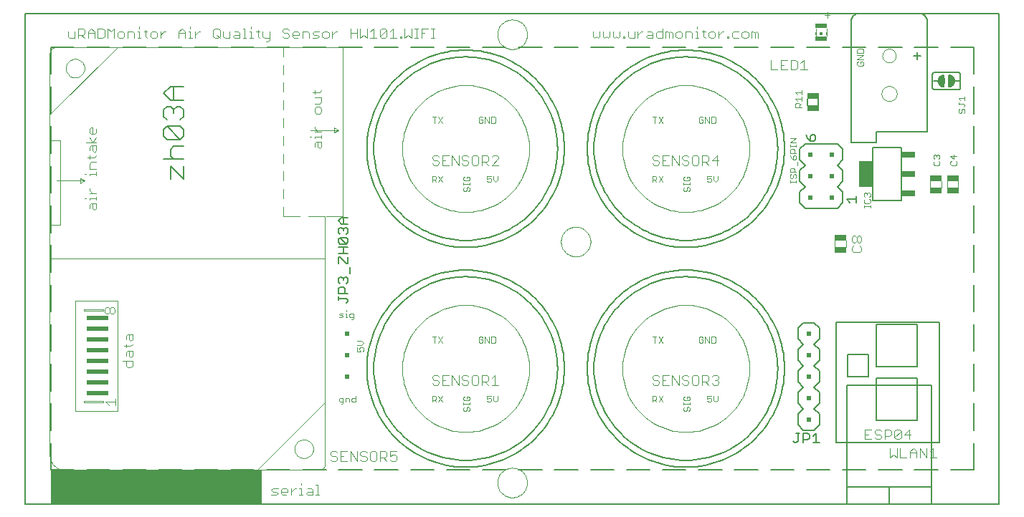
<source format=gto>
G75*
G70*
%OFA0B0*%
%FSLAX24Y24*%
%IPPOS*%
%LPD*%
%AMOC8*
5,1,8,0,0,1.08239X$1,22.5*
%
%ADD10C,0.0079*%
%ADD11C,0.0000*%
%ADD12C,0.0040*%
%ADD13C,0.0030*%
%ADD14R,0.9843X0.1575*%
%ADD15C,0.0050*%
%ADD16C,0.0039*%
%ADD17C,0.0031*%
%ADD18C,0.0008*%
%ADD19C,0.0080*%
%ADD20R,0.1000X0.0187*%
%ADD21C,0.0060*%
%ADD22R,0.0600X0.1200*%
%ADD23R,0.0600X0.0300*%
%ADD24R,0.0059X0.0118*%
%ADD25R,0.0118X0.0118*%
%ADD26R,0.0531X0.0236*%
%ADD27R,0.0551X0.0256*%
%ADD28R,0.0200X0.0200*%
%ADD29C,0.0070*%
%ADD30R,0.0571X0.0295*%
D10*
X000139Y000160D02*
X000139Y022995D01*
X045415Y022995D01*
X045415Y000160D01*
X000139Y000160D01*
X001320Y001735D02*
X001320Y002987D01*
X001320Y003578D02*
X001320Y004831D01*
X001320Y005421D02*
X001320Y006674D01*
X001320Y007265D02*
X001320Y008517D01*
X001320Y009108D02*
X001320Y010360D01*
X001320Y010951D02*
X001320Y012204D01*
X001320Y012794D02*
X001320Y014047D01*
X001320Y014637D02*
X001320Y015890D01*
X001320Y016481D02*
X001320Y017733D01*
X001320Y018324D02*
X001320Y019577D01*
X001320Y020167D02*
X001320Y021420D01*
X002403Y021420D01*
X002994Y021420D02*
X004076Y021420D01*
X004667Y021420D02*
X005750Y021420D01*
X006340Y021420D02*
X007423Y021420D01*
X008013Y021420D02*
X009096Y021420D01*
X009687Y021420D02*
X010769Y021420D01*
X011360Y021420D02*
X012443Y021420D01*
X013033Y021420D02*
X014116Y021420D01*
X014706Y021420D02*
X015789Y021420D01*
X016380Y021420D02*
X017462Y021420D01*
X018053Y021420D02*
X019135Y021420D01*
X019726Y021420D02*
X020809Y021420D01*
X021399Y021420D02*
X022482Y021420D01*
X023072Y021420D02*
X024155Y021420D01*
X024746Y021420D02*
X025828Y021420D01*
X026419Y021420D02*
X027502Y021420D01*
X028092Y021420D02*
X029175Y021420D01*
X029765Y021420D02*
X030848Y021420D01*
X031439Y021420D02*
X032521Y021420D01*
X033112Y021420D02*
X034194Y021420D01*
X034785Y021420D02*
X035868Y021420D01*
X036458Y021420D02*
X037541Y021420D01*
X038131Y021420D02*
X039214Y021420D01*
X039805Y021420D02*
X040887Y021420D01*
X041478Y021420D02*
X042561Y021420D01*
X043151Y021420D02*
X044234Y021420D01*
X044234Y020167D01*
X044234Y019577D02*
X044234Y018324D01*
X044234Y017733D02*
X044234Y016481D01*
X044234Y015890D02*
X044234Y014637D01*
X044234Y014047D02*
X044234Y012794D01*
X044234Y012204D02*
X044234Y010951D01*
X044234Y010360D02*
X044234Y009108D01*
X044234Y008517D02*
X044234Y007265D01*
X044234Y006674D02*
X044234Y005421D01*
X044234Y004831D02*
X044234Y003578D01*
X044234Y002987D02*
X044234Y001735D01*
X043151Y001735D01*
X042561Y001735D02*
X041478Y001735D01*
X040887Y001735D02*
X039805Y001735D01*
X039214Y001735D02*
X038131Y001735D01*
X037541Y001735D02*
X036458Y001735D01*
X035868Y001735D02*
X034785Y001735D01*
X034194Y001735D02*
X033112Y001735D01*
X032521Y001735D02*
X031439Y001735D01*
X030848Y001735D02*
X029765Y001735D01*
X029175Y001735D02*
X028092Y001735D01*
X027502Y001735D02*
X026419Y001735D01*
X025828Y001735D02*
X024746Y001735D01*
X024155Y001735D02*
X023072Y001735D01*
X022482Y001735D02*
X021399Y001735D01*
X020809Y001735D02*
X019726Y001735D01*
X019135Y001735D02*
X018053Y001735D01*
X017462Y001735D02*
X016380Y001735D01*
X015789Y001735D02*
X014706Y001735D01*
X014116Y001735D02*
X013033Y001735D01*
X012443Y001735D02*
X011360Y001735D01*
X010769Y001735D02*
X009687Y001735D01*
X009096Y001735D02*
X008013Y001735D01*
X007423Y001735D02*
X006340Y001735D01*
X005750Y001735D02*
X004667Y001735D01*
X004076Y001735D02*
X002994Y001735D01*
X002403Y001735D02*
X001320Y001735D01*
X038328Y000947D02*
X038328Y000160D01*
X038328Y000947D02*
X038328Y005672D01*
X042265Y005672D01*
X042265Y000947D01*
X042265Y000160D01*
X042265Y000947D02*
X040297Y000947D01*
X040297Y000160D01*
X040297Y000947D02*
X038328Y000947D01*
D11*
X022088Y001144D02*
X022090Y001196D01*
X022096Y001248D01*
X022106Y001299D01*
X022119Y001349D01*
X022137Y001399D01*
X022158Y001446D01*
X022182Y001492D01*
X022211Y001536D01*
X022242Y001578D01*
X022276Y001617D01*
X022313Y001654D01*
X022353Y001687D01*
X022396Y001718D01*
X022440Y001745D01*
X022486Y001769D01*
X022535Y001789D01*
X022584Y001805D01*
X022635Y001818D01*
X022686Y001827D01*
X022738Y001832D01*
X022790Y001833D01*
X022842Y001830D01*
X022894Y001823D01*
X022945Y001812D01*
X022995Y001798D01*
X023044Y001779D01*
X023091Y001757D01*
X023136Y001732D01*
X023180Y001703D01*
X023221Y001671D01*
X023260Y001636D01*
X023295Y001598D01*
X023328Y001557D01*
X023358Y001515D01*
X023384Y001470D01*
X023407Y001423D01*
X023426Y001374D01*
X023442Y001324D01*
X023454Y001274D01*
X023462Y001222D01*
X023466Y001170D01*
X023466Y001118D01*
X023462Y001066D01*
X023454Y001014D01*
X023442Y000964D01*
X023426Y000914D01*
X023407Y000865D01*
X023384Y000818D01*
X023358Y000773D01*
X023328Y000731D01*
X023295Y000690D01*
X023260Y000652D01*
X023221Y000617D01*
X023180Y000585D01*
X023136Y000556D01*
X023091Y000531D01*
X023044Y000509D01*
X022995Y000490D01*
X022945Y000476D01*
X022894Y000465D01*
X022842Y000458D01*
X022790Y000455D01*
X022738Y000456D01*
X022686Y000461D01*
X022635Y000470D01*
X022584Y000483D01*
X022535Y000499D01*
X022486Y000519D01*
X022440Y000543D01*
X022396Y000570D01*
X022353Y000601D01*
X022313Y000634D01*
X022276Y000671D01*
X022242Y000710D01*
X022211Y000752D01*
X022182Y000796D01*
X022158Y000842D01*
X022137Y000889D01*
X022119Y000939D01*
X022106Y000989D01*
X022096Y001040D01*
X022090Y001092D01*
X022088Y001144D01*
X025041Y012365D02*
X025043Y012417D01*
X025049Y012469D01*
X025059Y012520D01*
X025072Y012570D01*
X025090Y012620D01*
X025111Y012667D01*
X025135Y012713D01*
X025164Y012757D01*
X025195Y012799D01*
X025229Y012838D01*
X025266Y012875D01*
X025306Y012908D01*
X025349Y012939D01*
X025393Y012966D01*
X025439Y012990D01*
X025488Y013010D01*
X025537Y013026D01*
X025588Y013039D01*
X025639Y013048D01*
X025691Y013053D01*
X025743Y013054D01*
X025795Y013051D01*
X025847Y013044D01*
X025898Y013033D01*
X025948Y013019D01*
X025997Y013000D01*
X026044Y012978D01*
X026089Y012953D01*
X026133Y012924D01*
X026174Y012892D01*
X026213Y012857D01*
X026248Y012819D01*
X026281Y012778D01*
X026311Y012736D01*
X026337Y012691D01*
X026360Y012644D01*
X026379Y012595D01*
X026395Y012545D01*
X026407Y012495D01*
X026415Y012443D01*
X026419Y012391D01*
X026419Y012339D01*
X026415Y012287D01*
X026407Y012235D01*
X026395Y012185D01*
X026379Y012135D01*
X026360Y012086D01*
X026337Y012039D01*
X026311Y011994D01*
X026281Y011952D01*
X026248Y011911D01*
X026213Y011873D01*
X026174Y011838D01*
X026133Y011806D01*
X026089Y011777D01*
X026044Y011752D01*
X025997Y011730D01*
X025948Y011711D01*
X025898Y011697D01*
X025847Y011686D01*
X025795Y011679D01*
X025743Y011676D01*
X025691Y011677D01*
X025639Y011682D01*
X025588Y011691D01*
X025537Y011704D01*
X025488Y011720D01*
X025439Y011740D01*
X025393Y011764D01*
X025349Y011791D01*
X025306Y011822D01*
X025266Y011855D01*
X025229Y011892D01*
X025195Y011931D01*
X025164Y011973D01*
X025135Y012017D01*
X025111Y012063D01*
X025090Y012110D01*
X025072Y012160D01*
X025059Y012210D01*
X025049Y012261D01*
X025043Y012313D01*
X025041Y012365D01*
X039943Y019254D02*
X039945Y019291D01*
X039951Y019328D01*
X039960Y019363D01*
X039974Y019398D01*
X039990Y019431D01*
X040011Y019462D01*
X040034Y019491D01*
X040060Y019517D01*
X040089Y019540D01*
X040120Y019561D01*
X040153Y019577D01*
X040188Y019591D01*
X040223Y019600D01*
X040260Y019606D01*
X040297Y019608D01*
X040334Y019606D01*
X040371Y019600D01*
X040406Y019591D01*
X040441Y019577D01*
X040474Y019561D01*
X040505Y019540D01*
X040534Y019517D01*
X040560Y019491D01*
X040583Y019462D01*
X040604Y019431D01*
X040620Y019398D01*
X040634Y019363D01*
X040643Y019328D01*
X040649Y019291D01*
X040651Y019254D01*
X040649Y019217D01*
X040643Y019180D01*
X040634Y019145D01*
X040620Y019110D01*
X040604Y019077D01*
X040583Y019046D01*
X040560Y019017D01*
X040534Y018991D01*
X040505Y018968D01*
X040474Y018947D01*
X040441Y018931D01*
X040406Y018917D01*
X040371Y018908D01*
X040334Y018902D01*
X040297Y018900D01*
X040260Y018902D01*
X040223Y018908D01*
X040188Y018917D01*
X040153Y018931D01*
X040120Y018947D01*
X040089Y018968D01*
X040060Y018991D01*
X040034Y019017D01*
X040011Y019046D01*
X039990Y019077D01*
X039974Y019110D01*
X039960Y019145D01*
X039951Y019180D01*
X039945Y019217D01*
X039943Y019254D01*
X039982Y021026D02*
X039984Y021061D01*
X039990Y021096D01*
X040000Y021130D01*
X040013Y021163D01*
X040030Y021194D01*
X040051Y021222D01*
X040074Y021249D01*
X040101Y021272D01*
X040129Y021293D01*
X040160Y021310D01*
X040193Y021323D01*
X040227Y021333D01*
X040262Y021339D01*
X040297Y021341D01*
X040332Y021339D01*
X040367Y021333D01*
X040401Y021323D01*
X040434Y021310D01*
X040465Y021293D01*
X040493Y021272D01*
X040520Y021249D01*
X040543Y021222D01*
X040564Y021194D01*
X040581Y021163D01*
X040594Y021130D01*
X040604Y021096D01*
X040610Y021061D01*
X040612Y021026D01*
X040610Y020991D01*
X040604Y020956D01*
X040594Y020922D01*
X040581Y020889D01*
X040564Y020858D01*
X040543Y020830D01*
X040520Y020803D01*
X040493Y020780D01*
X040465Y020759D01*
X040434Y020742D01*
X040401Y020729D01*
X040367Y020719D01*
X040332Y020713D01*
X040297Y020711D01*
X040262Y020713D01*
X040227Y020719D01*
X040193Y020729D01*
X040160Y020742D01*
X040129Y020759D01*
X040101Y020780D01*
X040074Y020803D01*
X040051Y020830D01*
X040030Y020858D01*
X040013Y020889D01*
X040000Y020922D01*
X039990Y020956D01*
X039984Y020991D01*
X039982Y021026D01*
X022088Y022010D02*
X022090Y022062D01*
X022096Y022114D01*
X022106Y022165D01*
X022119Y022215D01*
X022137Y022265D01*
X022158Y022312D01*
X022182Y022358D01*
X022211Y022402D01*
X022242Y022444D01*
X022276Y022483D01*
X022313Y022520D01*
X022353Y022553D01*
X022396Y022584D01*
X022440Y022611D01*
X022486Y022635D01*
X022535Y022655D01*
X022584Y022671D01*
X022635Y022684D01*
X022686Y022693D01*
X022738Y022698D01*
X022790Y022699D01*
X022842Y022696D01*
X022894Y022689D01*
X022945Y022678D01*
X022995Y022664D01*
X023044Y022645D01*
X023091Y022623D01*
X023136Y022598D01*
X023180Y022569D01*
X023221Y022537D01*
X023260Y022502D01*
X023295Y022464D01*
X023328Y022423D01*
X023358Y022381D01*
X023384Y022336D01*
X023407Y022289D01*
X023426Y022240D01*
X023442Y022190D01*
X023454Y022140D01*
X023462Y022088D01*
X023466Y022036D01*
X023466Y021984D01*
X023462Y021932D01*
X023454Y021880D01*
X023442Y021830D01*
X023426Y021780D01*
X023407Y021731D01*
X023384Y021684D01*
X023358Y021639D01*
X023328Y021597D01*
X023295Y021556D01*
X023260Y021518D01*
X023221Y021483D01*
X023180Y021451D01*
X023136Y021422D01*
X023091Y021397D01*
X023044Y021375D01*
X022995Y021356D01*
X022945Y021342D01*
X022894Y021331D01*
X022842Y021324D01*
X022790Y021321D01*
X022738Y021322D01*
X022686Y021327D01*
X022635Y021336D01*
X022584Y021349D01*
X022535Y021365D01*
X022486Y021385D01*
X022440Y021409D01*
X022396Y021436D01*
X022353Y021467D01*
X022313Y021500D01*
X022276Y021537D01*
X022242Y021576D01*
X022211Y021618D01*
X022182Y021662D01*
X022158Y021708D01*
X022137Y021755D01*
X022119Y021805D01*
X022106Y021855D01*
X022096Y021906D01*
X022090Y021958D01*
X022088Y022010D01*
D12*
X019162Y021834D02*
X019009Y021834D01*
X019086Y021834D02*
X019086Y022294D01*
X019162Y022294D02*
X019009Y022294D01*
X018855Y022294D02*
X018549Y022294D01*
X018549Y021834D01*
X018395Y021834D02*
X018242Y021834D01*
X018318Y021834D02*
X018318Y022294D01*
X018242Y022294D02*
X018395Y022294D01*
X018549Y022064D02*
X018702Y022064D01*
X018088Y021834D02*
X018088Y022294D01*
X017781Y022294D02*
X017781Y021834D01*
X017935Y021987D01*
X018088Y021834D01*
X017628Y021834D02*
X017551Y021834D01*
X017551Y021910D01*
X017628Y021910D01*
X017628Y021834D01*
X017398Y021834D02*
X017091Y021834D01*
X017244Y021834D02*
X017244Y022294D01*
X017091Y022140D01*
X016937Y022217D02*
X016630Y021910D01*
X016707Y021834D01*
X016860Y021834D01*
X016937Y021910D01*
X016937Y022217D01*
X016860Y022294D01*
X016707Y022294D01*
X016630Y022217D01*
X016630Y021910D01*
X016477Y021834D02*
X016170Y021834D01*
X016323Y021834D02*
X016323Y022294D01*
X016170Y022140D01*
X016016Y022294D02*
X016016Y021834D01*
X015863Y021987D01*
X015709Y021834D01*
X015709Y022294D01*
X015556Y022294D02*
X015556Y021834D01*
X015556Y022064D02*
X015249Y022064D01*
X015249Y021834D02*
X015249Y022294D01*
X014635Y022140D02*
X014558Y022140D01*
X014405Y021987D01*
X014405Y021834D02*
X014405Y022140D01*
X014252Y022064D02*
X014252Y021910D01*
X014175Y021834D01*
X014021Y021834D01*
X013945Y021910D01*
X013945Y022064D01*
X014021Y022140D01*
X014175Y022140D01*
X014252Y022064D01*
X013791Y022140D02*
X013561Y022140D01*
X013484Y022064D01*
X013561Y021987D01*
X013714Y021987D01*
X013791Y021910D01*
X013714Y021834D01*
X013484Y021834D01*
X013331Y021834D02*
X013331Y022064D01*
X013254Y022140D01*
X013024Y022140D01*
X013024Y021834D01*
X012870Y021987D02*
X012870Y022064D01*
X012794Y022140D01*
X012640Y022140D01*
X012563Y022064D01*
X012563Y021910D01*
X012640Y021834D01*
X012794Y021834D01*
X012870Y021987D02*
X012563Y021987D01*
X012410Y021987D02*
X012333Y022064D01*
X012180Y022064D01*
X012103Y022140D01*
X012103Y022217D01*
X012180Y022294D01*
X012333Y022294D01*
X012410Y022217D01*
X012410Y021987D02*
X012410Y021910D01*
X012333Y021834D01*
X012180Y021834D01*
X012103Y021910D01*
X011489Y021834D02*
X011259Y021834D01*
X011182Y021910D01*
X011182Y022140D01*
X011029Y022140D02*
X010875Y022140D01*
X010952Y022217D02*
X010952Y021910D01*
X011029Y021834D01*
X010722Y021834D02*
X010568Y021834D01*
X010645Y021834D02*
X010645Y022140D01*
X010568Y022140D01*
X010645Y022294D02*
X010645Y022371D01*
X010338Y022294D02*
X010338Y021834D01*
X010261Y021834D02*
X010415Y021834D01*
X010108Y021834D02*
X010108Y022064D01*
X010031Y022140D01*
X009878Y022140D01*
X009878Y021987D02*
X010108Y021987D01*
X010108Y021834D02*
X009878Y021834D01*
X009801Y021910D01*
X009878Y021987D01*
X009648Y021834D02*
X009648Y022140D01*
X009648Y021834D02*
X009417Y021834D01*
X009341Y021910D01*
X009341Y022140D01*
X009187Y022217D02*
X009187Y021910D01*
X009110Y021834D01*
X008957Y021834D01*
X008880Y021910D01*
X008880Y022217D01*
X008957Y022294D01*
X009110Y022294D01*
X009187Y022217D01*
X009034Y021987D02*
X009187Y021834D01*
X008266Y022140D02*
X008190Y022140D01*
X008036Y021987D01*
X008036Y021834D02*
X008036Y022140D01*
X007806Y022140D02*
X007806Y021834D01*
X007729Y021834D02*
X007883Y021834D01*
X007576Y021834D02*
X007576Y022140D01*
X007422Y022294D01*
X007269Y022140D01*
X007269Y021834D01*
X007269Y022064D02*
X007576Y022064D01*
X007729Y022140D02*
X007806Y022140D01*
X007806Y022294D02*
X007806Y022371D01*
X006655Y022140D02*
X006578Y022140D01*
X006425Y021987D01*
X006425Y021834D02*
X006425Y022140D01*
X006271Y022064D02*
X006195Y022140D01*
X006041Y022140D01*
X005964Y022064D01*
X005964Y021910D01*
X006041Y021834D01*
X006195Y021834D01*
X006271Y021910D01*
X006271Y022064D01*
X005811Y022140D02*
X005658Y022140D01*
X005734Y022217D02*
X005734Y021910D01*
X005811Y021834D01*
X005504Y021834D02*
X005351Y021834D01*
X005427Y021834D02*
X005427Y022140D01*
X005351Y022140D01*
X005197Y022064D02*
X005197Y021834D01*
X005197Y022064D02*
X005120Y022140D01*
X004890Y022140D01*
X004890Y021834D01*
X004737Y021910D02*
X004737Y022064D01*
X004660Y022140D01*
X004507Y022140D01*
X004430Y022064D01*
X004430Y021910D01*
X004507Y021834D01*
X004660Y021834D01*
X004737Y021910D01*
X004276Y021834D02*
X004276Y022294D01*
X004123Y022140D01*
X003969Y022294D01*
X003969Y021834D01*
X003816Y021910D02*
X003816Y022217D01*
X003739Y022294D01*
X003509Y022294D01*
X003509Y021834D01*
X003739Y021834D01*
X003816Y021910D01*
X003356Y021834D02*
X003356Y022140D01*
X003202Y022294D01*
X003049Y022140D01*
X003049Y021834D01*
X002895Y021834D02*
X002742Y021987D01*
X002818Y021987D02*
X002588Y021987D01*
X002588Y021834D02*
X002588Y022294D01*
X002818Y022294D01*
X002895Y022217D01*
X002895Y022064D01*
X002818Y021987D01*
X003049Y022064D02*
X003356Y022064D01*
X002435Y022140D02*
X002435Y021834D01*
X002205Y021834D01*
X002128Y021910D01*
X002128Y022140D01*
X005427Y022294D02*
X005427Y022371D01*
X010261Y022294D02*
X010338Y022294D01*
X011489Y022140D02*
X011489Y021757D01*
X011412Y021680D01*
X011336Y021680D01*
X013592Y019401D02*
X013592Y019248D01*
X013515Y019324D02*
X013822Y019324D01*
X013899Y019401D01*
X013899Y019094D02*
X013592Y019094D01*
X013899Y019094D02*
X013899Y018864D01*
X013822Y018787D01*
X013592Y018787D01*
X013669Y018634D02*
X013592Y018557D01*
X013592Y018404D01*
X013669Y018327D01*
X013822Y018327D01*
X013899Y018404D01*
X013899Y018557D01*
X013822Y018634D01*
X013669Y018634D01*
X013592Y017713D02*
X013592Y017636D01*
X013745Y017483D01*
X013592Y017483D02*
X013899Y017483D01*
X013899Y017329D02*
X013899Y017176D01*
X013899Y017253D02*
X013592Y017253D01*
X013592Y017176D01*
X013439Y017253D02*
X013362Y017253D01*
X013669Y017022D02*
X013899Y017022D01*
X013899Y016792D01*
X013822Y016715D01*
X013745Y016792D01*
X013745Y017022D01*
X013669Y017022D02*
X013592Y016946D01*
X013592Y016792D01*
X019057Y016312D02*
X019057Y016235D01*
X019134Y016158D01*
X019287Y016158D01*
X019364Y016081D01*
X019364Y016005D01*
X019287Y015928D01*
X019134Y015928D01*
X019057Y016005D01*
X019057Y016312D02*
X019134Y016388D01*
X019287Y016388D01*
X019364Y016312D01*
X019517Y016388D02*
X019517Y015928D01*
X019824Y015928D01*
X019978Y015928D02*
X019978Y016388D01*
X020285Y015928D01*
X020285Y016388D01*
X020438Y016312D02*
X020438Y016235D01*
X020515Y016158D01*
X020668Y016158D01*
X020745Y016081D01*
X020745Y016005D01*
X020668Y015928D01*
X020515Y015928D01*
X020438Y016005D01*
X020438Y016312D02*
X020515Y016388D01*
X020668Y016388D01*
X020745Y016312D01*
X020899Y016312D02*
X020899Y016005D01*
X020975Y015928D01*
X021129Y015928D01*
X021206Y016005D01*
X021206Y016312D01*
X021129Y016388D01*
X020975Y016388D01*
X020899Y016312D01*
X021359Y016388D02*
X021359Y015928D01*
X021359Y016081D02*
X021589Y016081D01*
X021666Y016158D01*
X021666Y016312D01*
X021589Y016388D01*
X021359Y016388D01*
X021819Y016312D02*
X021896Y016388D01*
X022050Y016388D01*
X022126Y016312D01*
X022126Y016235D01*
X021819Y015928D01*
X022126Y015928D01*
X021666Y015928D02*
X021512Y016081D01*
X019824Y016388D02*
X019517Y016388D01*
X019517Y016158D02*
X019671Y016158D01*
X029293Y016235D02*
X029370Y016158D01*
X029523Y016158D01*
X029600Y016081D01*
X029600Y016005D01*
X029523Y015928D01*
X029370Y015928D01*
X029293Y016005D01*
X029293Y016235D02*
X029293Y016312D01*
X029370Y016388D01*
X029523Y016388D01*
X029600Y016312D01*
X029754Y016388D02*
X029754Y015928D01*
X030061Y015928D01*
X030214Y015928D02*
X030214Y016388D01*
X030521Y015928D01*
X030521Y016388D01*
X030674Y016312D02*
X030674Y016235D01*
X030751Y016158D01*
X030905Y016158D01*
X030981Y016081D01*
X030981Y016005D01*
X030905Y015928D01*
X030751Y015928D01*
X030674Y016005D01*
X030674Y016312D02*
X030751Y016388D01*
X030905Y016388D01*
X030981Y016312D01*
X031135Y016312D02*
X031135Y016005D01*
X031212Y015928D01*
X031365Y015928D01*
X031442Y016005D01*
X031442Y016312D01*
X031365Y016388D01*
X031212Y016388D01*
X031135Y016312D01*
X031595Y016388D02*
X031595Y015928D01*
X031595Y016081D02*
X031825Y016081D01*
X031902Y016158D01*
X031902Y016312D01*
X031825Y016388D01*
X031595Y016388D01*
X032056Y016158D02*
X032363Y016158D01*
X032286Y015928D02*
X032286Y016388D01*
X032056Y016158D01*
X031902Y015928D02*
X031749Y016081D01*
X030061Y016388D02*
X029754Y016388D01*
X029754Y016158D02*
X029907Y016158D01*
X034797Y020365D02*
X035104Y020365D01*
X035258Y020365D02*
X035564Y020365D01*
X035718Y020365D02*
X035948Y020365D01*
X036025Y020442D01*
X036025Y020749D01*
X035948Y020825D01*
X035718Y020825D01*
X035718Y020365D01*
X035411Y020595D02*
X035258Y020595D01*
X035258Y020825D02*
X035258Y020365D01*
X034797Y020365D02*
X034797Y020825D01*
X035258Y020825D02*
X035564Y020825D01*
X036178Y020672D02*
X036332Y020825D01*
X036332Y020365D01*
X036485Y020365D02*
X036178Y020365D01*
X036901Y021932D02*
X036901Y022296D01*
X037393Y022286D02*
X037393Y021932D01*
X034211Y021834D02*
X034211Y022064D01*
X034134Y022140D01*
X034057Y022064D01*
X034057Y021834D01*
X033904Y021834D02*
X033904Y022140D01*
X033980Y022140D01*
X034057Y022064D01*
X033750Y022064D02*
X033750Y021910D01*
X033673Y021834D01*
X033520Y021834D01*
X033443Y021910D01*
X033443Y022064D01*
X033520Y022140D01*
X033673Y022140D01*
X033750Y022064D01*
X033290Y022140D02*
X033060Y022140D01*
X032983Y022064D01*
X032983Y021910D01*
X033060Y021834D01*
X033290Y021834D01*
X032829Y021834D02*
X032753Y021834D01*
X032753Y021910D01*
X032829Y021910D01*
X032829Y021834D01*
X032599Y022140D02*
X032522Y022140D01*
X032369Y021987D01*
X032369Y021834D02*
X032369Y022140D01*
X032215Y022064D02*
X032139Y022140D01*
X031985Y022140D01*
X031909Y022064D01*
X031909Y021910D01*
X031985Y021834D01*
X032139Y021834D01*
X032215Y021910D01*
X032215Y022064D01*
X031755Y022140D02*
X031602Y022140D01*
X031678Y022217D02*
X031678Y021910D01*
X031755Y021834D01*
X031448Y021834D02*
X031295Y021834D01*
X031371Y021834D02*
X031371Y022140D01*
X031295Y022140D01*
X031141Y022064D02*
X031141Y021834D01*
X031141Y022064D02*
X031065Y022140D01*
X030834Y022140D01*
X030834Y021834D01*
X030681Y021910D02*
X030681Y022064D01*
X030604Y022140D01*
X030451Y022140D01*
X030374Y022064D01*
X030374Y021910D01*
X030451Y021834D01*
X030604Y021834D01*
X030681Y021910D01*
X030220Y021834D02*
X030220Y022064D01*
X030144Y022140D01*
X030067Y022064D01*
X030067Y021834D01*
X029914Y021834D02*
X029914Y022140D01*
X029990Y022140D01*
X030067Y022064D01*
X029760Y022140D02*
X029530Y022140D01*
X029453Y022064D01*
X029453Y021910D01*
X029530Y021834D01*
X029760Y021834D01*
X029760Y022294D01*
X029300Y022064D02*
X029300Y021834D01*
X029069Y021834D01*
X028993Y021910D01*
X029069Y021987D01*
X029300Y021987D01*
X029300Y022064D02*
X029223Y022140D01*
X029069Y022140D01*
X028839Y022140D02*
X028763Y022140D01*
X028609Y021987D01*
X028609Y021834D02*
X028609Y022140D01*
X028456Y022140D02*
X028456Y021834D01*
X028225Y021834D01*
X028149Y021910D01*
X028149Y022140D01*
X027995Y021910D02*
X027995Y021834D01*
X027919Y021834D01*
X027919Y021910D01*
X027995Y021910D01*
X027765Y021910D02*
X027765Y022140D01*
X027765Y021910D02*
X027688Y021834D01*
X027612Y021910D01*
X027535Y021834D01*
X027458Y021910D01*
X027458Y022140D01*
X027305Y022140D02*
X027305Y021910D01*
X027228Y021834D01*
X027151Y021910D01*
X027074Y021834D01*
X026998Y021910D01*
X026998Y022140D01*
X026844Y022140D02*
X026844Y021910D01*
X026768Y021834D01*
X026691Y021910D01*
X026614Y021834D01*
X026537Y021910D01*
X026537Y022140D01*
X031371Y022294D02*
X031371Y022371D01*
X042202Y015172D02*
X042202Y014872D01*
X042722Y014882D02*
X042722Y015172D01*
X042990Y015172D02*
X042990Y014872D01*
X043509Y014882D02*
X043509Y015172D01*
X039013Y012556D02*
X038936Y012633D01*
X038860Y012633D01*
X038783Y012556D01*
X038783Y012403D01*
X038706Y012326D01*
X038629Y012326D01*
X038553Y012403D01*
X038553Y012556D01*
X038629Y012633D01*
X038706Y012633D01*
X038783Y012556D01*
X038783Y012403D02*
X038860Y012326D01*
X038936Y012326D01*
X039013Y012403D01*
X039013Y012556D01*
X038936Y012172D02*
X039013Y012096D01*
X039013Y011942D01*
X038936Y011866D01*
X038629Y011866D01*
X038553Y011942D01*
X038553Y012096D01*
X038629Y012172D01*
X038293Y012116D02*
X038293Y012416D01*
X037773Y012406D02*
X037773Y012116D01*
X032286Y006152D02*
X032363Y006075D01*
X032363Y005999D01*
X032286Y005922D01*
X032363Y005845D01*
X032363Y005769D01*
X032286Y005692D01*
X032132Y005692D01*
X032056Y005769D01*
X031902Y005692D02*
X031749Y005845D01*
X031825Y005845D02*
X031595Y005845D01*
X031595Y005692D02*
X031595Y006152D01*
X031825Y006152D01*
X031902Y006075D01*
X031902Y005922D01*
X031825Y005845D01*
X032056Y006075D02*
X032132Y006152D01*
X032286Y006152D01*
X032286Y005922D02*
X032209Y005922D01*
X031442Y005769D02*
X031442Y006075D01*
X031365Y006152D01*
X031212Y006152D01*
X031135Y006075D01*
X031135Y005769D01*
X031212Y005692D01*
X031365Y005692D01*
X031442Y005769D01*
X030981Y005769D02*
X030905Y005692D01*
X030751Y005692D01*
X030674Y005769D01*
X030751Y005922D02*
X030905Y005922D01*
X030981Y005845D01*
X030981Y005769D01*
X030751Y005922D02*
X030674Y005999D01*
X030674Y006075D01*
X030751Y006152D01*
X030905Y006152D01*
X030981Y006075D01*
X030521Y006152D02*
X030521Y005692D01*
X030214Y006152D01*
X030214Y005692D01*
X030061Y005692D02*
X029754Y005692D01*
X029754Y006152D01*
X030061Y006152D01*
X029907Y005922D02*
X029754Y005922D01*
X029600Y005845D02*
X029600Y005769D01*
X029523Y005692D01*
X029370Y005692D01*
X029293Y005769D01*
X029370Y005922D02*
X029523Y005922D01*
X029600Y005845D01*
X029600Y006075D02*
X029523Y006152D01*
X029370Y006152D01*
X029293Y006075D01*
X029293Y005999D01*
X029370Y005922D01*
X022126Y005692D02*
X021819Y005692D01*
X021666Y005692D02*
X021512Y005845D01*
X021589Y005845D02*
X021359Y005845D01*
X021359Y005692D02*
X021359Y006152D01*
X021589Y006152D01*
X021666Y006075D01*
X021666Y005922D01*
X021589Y005845D01*
X021819Y005999D02*
X021973Y006152D01*
X021973Y005692D01*
X021206Y005769D02*
X021206Y006075D01*
X021129Y006152D01*
X020975Y006152D01*
X020899Y006075D01*
X020899Y005769D01*
X020975Y005692D01*
X021129Y005692D01*
X021206Y005769D01*
X020745Y005769D02*
X020668Y005692D01*
X020515Y005692D01*
X020438Y005769D01*
X020515Y005922D02*
X020668Y005922D01*
X020745Y005845D01*
X020745Y005769D01*
X020515Y005922D02*
X020438Y005999D01*
X020438Y006075D01*
X020515Y006152D01*
X020668Y006152D01*
X020745Y006075D01*
X020285Y006152D02*
X020285Y005692D01*
X019978Y006152D01*
X019978Y005692D01*
X019824Y005692D02*
X019517Y005692D01*
X019517Y006152D01*
X019824Y006152D01*
X019671Y005922D02*
X019517Y005922D01*
X019364Y005845D02*
X019364Y005769D01*
X019287Y005692D01*
X019134Y005692D01*
X019057Y005769D01*
X019134Y005922D02*
X019287Y005922D01*
X019364Y005845D01*
X019364Y006075D02*
X019287Y006152D01*
X019134Y006152D01*
X019057Y006075D01*
X019057Y005999D01*
X019134Y005922D01*
X017402Y002609D02*
X017095Y002609D01*
X017095Y002379D01*
X017248Y002455D01*
X017325Y002455D01*
X017402Y002379D01*
X017402Y002225D01*
X017325Y002149D01*
X017172Y002149D01*
X017095Y002225D01*
X016941Y002149D02*
X016788Y002302D01*
X016865Y002302D02*
X016635Y002302D01*
X016635Y002149D02*
X016635Y002609D01*
X016865Y002609D01*
X016941Y002532D01*
X016941Y002379D01*
X016865Y002302D01*
X016481Y002225D02*
X016404Y002149D01*
X016251Y002149D01*
X016174Y002225D01*
X016174Y002532D01*
X016251Y002609D01*
X016404Y002609D01*
X016481Y002532D01*
X016481Y002225D01*
X016021Y002225D02*
X015944Y002149D01*
X015791Y002149D01*
X015714Y002225D01*
X015560Y002149D02*
X015253Y002609D01*
X015253Y002149D01*
X015100Y002149D02*
X014793Y002149D01*
X014793Y002609D01*
X015100Y002609D01*
X014946Y002379D02*
X014793Y002379D01*
X014640Y002302D02*
X014640Y002225D01*
X014563Y002149D01*
X014409Y002149D01*
X014333Y002225D01*
X014409Y002379D02*
X014333Y002455D01*
X014333Y002532D01*
X014409Y002609D01*
X014563Y002609D01*
X014640Y002532D01*
X014563Y002379D02*
X014640Y002302D01*
X014563Y002379D02*
X014409Y002379D01*
X015560Y002149D02*
X015560Y002609D01*
X015714Y002532D02*
X015714Y002455D01*
X015791Y002379D01*
X015944Y002379D01*
X016021Y002302D01*
X016021Y002225D01*
X016021Y002532D02*
X015944Y002609D01*
X015791Y002609D01*
X015714Y002532D01*
X013725Y001034D02*
X013725Y000574D01*
X013648Y000574D02*
X013802Y000574D01*
X013495Y000574D02*
X013265Y000574D01*
X013188Y000650D01*
X013265Y000727D01*
X013495Y000727D01*
X013495Y000804D02*
X013495Y000574D01*
X013495Y000804D02*
X013418Y000881D01*
X013265Y000881D01*
X012958Y000881D02*
X012958Y000574D01*
X012881Y000574D02*
X013035Y000574D01*
X012958Y000881D02*
X012881Y000881D01*
X012728Y000881D02*
X012651Y000881D01*
X012497Y000727D01*
X012344Y000727D02*
X012037Y000727D01*
X012037Y000650D02*
X012037Y000804D01*
X012114Y000881D01*
X012267Y000881D01*
X012344Y000804D01*
X012344Y000727D01*
X012267Y000574D02*
X012114Y000574D01*
X012037Y000650D01*
X011884Y000650D02*
X011807Y000727D01*
X011653Y000727D01*
X011577Y000804D01*
X011653Y000881D01*
X011884Y000881D01*
X011884Y000650D02*
X011807Y000574D01*
X011577Y000574D01*
X012497Y000574D02*
X012497Y000881D01*
X012958Y001034D02*
X012958Y001111D01*
X013648Y001034D02*
X013725Y001034D01*
X004332Y004747D02*
X004332Y005054D01*
X004332Y004900D02*
X003872Y004900D01*
X004025Y004747D01*
X004893Y006519D02*
X004816Y006595D01*
X004816Y006826D01*
X004663Y006826D02*
X005123Y006826D01*
X005123Y006595D01*
X005047Y006519D01*
X004893Y006519D01*
X005047Y006979D02*
X004970Y007056D01*
X004970Y007286D01*
X004893Y007286D02*
X005123Y007286D01*
X005123Y007056D01*
X005047Y006979D01*
X004816Y007056D02*
X004816Y007209D01*
X004893Y007286D01*
X004816Y007439D02*
X004816Y007593D01*
X004740Y007516D02*
X005047Y007516D01*
X005123Y007593D01*
X005047Y007746D02*
X004970Y007823D01*
X004970Y008053D01*
X004893Y008053D02*
X005123Y008053D01*
X005123Y007823D01*
X005047Y007746D01*
X004816Y007823D02*
X004816Y007976D01*
X004893Y008053D01*
X004216Y008999D02*
X004139Y008999D01*
X004062Y009076D01*
X004062Y009229D01*
X004139Y009306D01*
X004216Y009306D01*
X004293Y009229D01*
X004293Y009076D01*
X004216Y008999D01*
X004062Y009076D02*
X003986Y008999D01*
X003909Y008999D01*
X003832Y009076D01*
X003832Y009229D01*
X003909Y009306D01*
X003986Y009306D01*
X004062Y009229D01*
X003350Y013841D02*
X003273Y013918D01*
X003273Y014148D01*
X003196Y014148D02*
X003426Y014148D01*
X003426Y013918D01*
X003350Y013841D01*
X003120Y013918D02*
X003120Y014072D01*
X003196Y014148D01*
X003120Y014302D02*
X003120Y014379D01*
X003426Y014379D01*
X003426Y014455D02*
X003426Y014302D01*
X003426Y014609D02*
X003120Y014609D01*
X003273Y014609D02*
X003120Y014762D01*
X003120Y014839D01*
X002966Y014379D02*
X002889Y014379D01*
X003120Y015453D02*
X003120Y015530D01*
X003426Y015530D01*
X003426Y015606D02*
X003426Y015453D01*
X003426Y015760D02*
X003120Y015760D01*
X003120Y015990D01*
X003196Y016067D01*
X003426Y016067D01*
X003350Y016297D02*
X003043Y016297D01*
X003120Y016220D02*
X003120Y016374D01*
X003120Y016604D02*
X003120Y016757D01*
X003196Y016834D01*
X003426Y016834D01*
X003426Y016604D01*
X003350Y016527D01*
X003273Y016604D01*
X003273Y016834D01*
X003273Y016987D02*
X003120Y017218D01*
X003196Y017371D02*
X003120Y017448D01*
X003120Y017601D01*
X003196Y017678D01*
X003273Y017678D01*
X003273Y017371D01*
X003350Y017371D02*
X003196Y017371D01*
X003350Y017371D02*
X003426Y017448D01*
X003426Y017601D01*
X003426Y017218D02*
X003273Y016987D01*
X003426Y016987D02*
X002966Y016987D01*
X003426Y016374D02*
X003350Y016297D01*
X002966Y015530D02*
X002889Y015530D01*
X039164Y003625D02*
X039164Y003164D01*
X039471Y003164D01*
X039625Y003241D02*
X039702Y003164D01*
X039855Y003164D01*
X039932Y003241D01*
X039932Y003318D01*
X039855Y003394D01*
X039702Y003394D01*
X039625Y003471D01*
X039625Y003548D01*
X039702Y003625D01*
X039855Y003625D01*
X039932Y003548D01*
X040085Y003625D02*
X040315Y003625D01*
X040392Y003548D01*
X040392Y003394D01*
X040315Y003318D01*
X040085Y003318D01*
X040085Y003164D02*
X040085Y003625D01*
X040546Y003548D02*
X040546Y003241D01*
X040853Y003548D01*
X040853Y003241D01*
X040776Y003164D01*
X040622Y003164D01*
X040546Y003241D01*
X040546Y003548D02*
X040622Y003625D01*
X040776Y003625D01*
X040853Y003548D01*
X041006Y003394D02*
X041236Y003625D01*
X041236Y003164D01*
X041313Y003394D02*
X041006Y003394D01*
X040806Y002762D02*
X040806Y002302D01*
X041113Y002302D01*
X041266Y002302D02*
X041266Y002609D01*
X041420Y002762D01*
X041573Y002609D01*
X041573Y002302D01*
X041727Y002302D02*
X041727Y002762D01*
X042034Y002302D01*
X042034Y002762D01*
X042187Y002609D02*
X042341Y002762D01*
X042341Y002302D01*
X042494Y002302D02*
X042187Y002302D01*
X041573Y002532D02*
X041266Y002532D01*
X040653Y002302D02*
X040653Y002762D01*
X040346Y002762D02*
X040346Y002302D01*
X040499Y002456D01*
X040653Y002302D01*
X039318Y003394D02*
X039164Y003394D01*
X039164Y003625D02*
X039471Y003625D01*
D13*
X032335Y004996D02*
X032335Y005190D01*
X032142Y005190D02*
X032142Y004996D01*
X032239Y004899D01*
X032335Y004996D01*
X032041Y004948D02*
X031992Y004899D01*
X031896Y004899D01*
X031847Y004948D01*
X031847Y005045D02*
X031944Y005093D01*
X031992Y005093D01*
X032041Y005045D01*
X032041Y004948D01*
X031847Y005045D02*
X031847Y005190D01*
X032041Y005190D01*
X031030Y005110D02*
X030982Y005159D01*
X030885Y005159D01*
X030885Y005062D01*
X030982Y004965D02*
X031030Y005014D01*
X031030Y005110D01*
X030982Y004965D02*
X030788Y004965D01*
X030740Y005014D01*
X030740Y005110D01*
X030788Y005159D01*
X030740Y004866D02*
X030740Y004769D01*
X030740Y004817D02*
X031030Y004817D01*
X031030Y004769D02*
X031030Y004866D01*
X030982Y004668D02*
X031030Y004619D01*
X031030Y004523D01*
X030982Y004474D01*
X030885Y004523D02*
X030885Y004619D01*
X030933Y004668D01*
X030982Y004668D01*
X030885Y004523D02*
X030836Y004474D01*
X030788Y004474D01*
X030740Y004523D01*
X030740Y004619D01*
X030788Y004668D01*
X029776Y004899D02*
X029583Y005190D01*
X029482Y005141D02*
X029482Y005045D01*
X029433Y004996D01*
X029288Y004996D01*
X029288Y004899D02*
X029288Y005190D01*
X029433Y005190D01*
X029482Y005141D01*
X029385Y004996D02*
X029482Y004899D01*
X029583Y004899D02*
X029776Y005190D01*
X029776Y007655D02*
X029583Y007946D01*
X029482Y007946D02*
X029288Y007946D01*
X029385Y007946D02*
X029385Y007655D01*
X029583Y007655D02*
X029776Y007946D01*
X031454Y007897D02*
X031454Y007704D01*
X031502Y007655D01*
X031599Y007655D01*
X031647Y007704D01*
X031647Y007800D01*
X031550Y007800D01*
X031454Y007897D02*
X031502Y007946D01*
X031599Y007946D01*
X031647Y007897D01*
X031748Y007946D02*
X031942Y007655D01*
X031942Y007946D01*
X032043Y007946D02*
X032043Y007655D01*
X032188Y007655D01*
X032236Y007704D01*
X032236Y007897D01*
X032188Y007946D01*
X032043Y007946D01*
X031748Y007946D02*
X031748Y007655D01*
X022000Y007704D02*
X022000Y007897D01*
X021952Y007946D01*
X021807Y007946D01*
X021807Y007655D01*
X021952Y007655D01*
X022000Y007704D01*
X021706Y007655D02*
X021706Y007946D01*
X021512Y007946D02*
X021706Y007655D01*
X021512Y007655D02*
X021512Y007946D01*
X021411Y007897D02*
X021362Y007946D01*
X021266Y007946D01*
X021217Y007897D01*
X021217Y007704D01*
X021266Y007655D01*
X021362Y007655D01*
X021411Y007704D01*
X021411Y007800D01*
X021314Y007800D01*
X019540Y007655D02*
X019347Y007946D01*
X019246Y007946D02*
X019052Y007946D01*
X019149Y007946D02*
X019149Y007655D01*
X019347Y007655D02*
X019540Y007946D01*
X015872Y007653D02*
X015776Y007556D01*
X015582Y007556D01*
X015582Y007455D02*
X015582Y007262D01*
X015727Y007262D01*
X015679Y007358D01*
X015679Y007407D01*
X015727Y007455D01*
X015824Y007455D01*
X015872Y007407D01*
X015872Y007310D01*
X015824Y007262D01*
X015872Y007653D02*
X015776Y007750D01*
X015582Y007750D01*
X015358Y008740D02*
X015406Y008788D01*
X015406Y009030D01*
X015261Y009030D01*
X015212Y008982D01*
X015212Y008885D01*
X015261Y008836D01*
X015406Y008836D01*
X015358Y008740D02*
X015309Y008740D01*
X015113Y008836D02*
X015016Y008836D01*
X015064Y008836D02*
X015064Y009030D01*
X015016Y009030D01*
X014915Y009030D02*
X014770Y009030D01*
X014721Y008982D01*
X014770Y008933D01*
X014866Y008933D01*
X014915Y008885D01*
X014866Y008836D01*
X014721Y008836D01*
X015064Y009127D02*
X015064Y009175D01*
X015504Y005190D02*
X015504Y004899D01*
X015359Y004899D01*
X015311Y004948D01*
X015311Y005045D01*
X015359Y005093D01*
X015504Y005093D01*
X015209Y005045D02*
X015209Y004899D01*
X015209Y005045D02*
X015161Y005093D01*
X015016Y005093D01*
X015016Y004899D01*
X014915Y004899D02*
X014770Y004899D01*
X014721Y004948D01*
X014721Y005045D01*
X014770Y005093D01*
X014915Y005093D01*
X014915Y004851D01*
X014866Y004803D01*
X014818Y004803D01*
X019052Y004899D02*
X019052Y005190D01*
X019197Y005190D01*
X019246Y005141D01*
X019246Y005045D01*
X019197Y004996D01*
X019052Y004996D01*
X019149Y004996D02*
X019246Y004899D01*
X019347Y004899D02*
X019540Y005190D01*
X019347Y005190D02*
X019540Y004899D01*
X020503Y004866D02*
X020503Y004769D01*
X020503Y004817D02*
X020794Y004817D01*
X020794Y004769D02*
X020794Y004866D01*
X020745Y004965D02*
X020794Y005014D01*
X020794Y005110D01*
X020745Y005159D01*
X020649Y005159D01*
X020649Y005062D01*
X020745Y004965D02*
X020552Y004965D01*
X020503Y005014D01*
X020503Y005110D01*
X020552Y005159D01*
X020552Y004668D02*
X020503Y004619D01*
X020503Y004523D01*
X020552Y004474D01*
X020600Y004474D01*
X020649Y004523D01*
X020649Y004619D01*
X020697Y004668D01*
X020745Y004668D01*
X020794Y004619D01*
X020794Y004523D01*
X020745Y004474D01*
X021611Y004948D02*
X021659Y004899D01*
X021756Y004899D01*
X021805Y004948D01*
X021805Y005045D01*
X021756Y005093D01*
X021708Y005093D01*
X021611Y005045D01*
X021611Y005190D01*
X021805Y005190D01*
X021906Y005190D02*
X021906Y004996D01*
X022002Y004899D01*
X022099Y004996D01*
X022099Y005190D01*
X039131Y013956D02*
X039131Y014053D01*
X039131Y014005D02*
X039421Y014005D01*
X039421Y014053D02*
X039421Y013956D01*
X039372Y014153D02*
X039421Y014201D01*
X039421Y014298D01*
X039372Y014346D01*
X039372Y014447D02*
X039421Y014496D01*
X039421Y014592D01*
X039372Y014641D01*
X039324Y014641D01*
X039276Y014592D01*
X039276Y014544D01*
X039276Y014592D02*
X039227Y014641D01*
X039179Y014641D01*
X039131Y014592D01*
X039131Y014496D01*
X039179Y014447D01*
X039179Y014346D02*
X039131Y014298D01*
X039131Y014201D01*
X039179Y014153D01*
X039372Y014153D01*
X035982Y015112D02*
X035982Y015209D01*
X035982Y015160D02*
X035692Y015160D01*
X035692Y015112D02*
X035692Y015209D01*
X035740Y015308D02*
X035692Y015357D01*
X035692Y015454D01*
X035740Y015502D01*
X035837Y015454D02*
X035885Y015502D01*
X035934Y015502D01*
X035982Y015454D01*
X035982Y015357D01*
X035934Y015308D01*
X035837Y015357D02*
X035837Y015454D01*
X035837Y015357D02*
X035789Y015308D01*
X035740Y015308D01*
X035692Y015603D02*
X035692Y015748D01*
X035740Y015797D01*
X035837Y015797D01*
X035885Y015748D01*
X035885Y015603D01*
X035982Y015603D02*
X035692Y015603D01*
X036031Y015898D02*
X036031Y016091D01*
X035934Y016192D02*
X035982Y016241D01*
X035982Y016338D01*
X035934Y016386D01*
X035885Y016386D01*
X035837Y016338D01*
X035837Y016192D01*
X035934Y016192D01*
X035837Y016192D02*
X035740Y016289D01*
X035692Y016386D01*
X035692Y016487D02*
X035692Y016632D01*
X035740Y016681D01*
X035837Y016681D01*
X035885Y016632D01*
X035885Y016487D01*
X035982Y016487D02*
X035692Y016487D01*
X035692Y016782D02*
X035692Y016878D01*
X035692Y016830D02*
X035982Y016830D01*
X035982Y016782D02*
X035982Y016878D01*
X035982Y016978D02*
X035692Y016978D01*
X035982Y017172D01*
X035692Y017172D01*
X035948Y018626D02*
X035948Y018771D01*
X035997Y018819D01*
X036093Y018819D01*
X036142Y018771D01*
X036142Y018626D01*
X036142Y018723D02*
X036239Y018819D01*
X036239Y018920D02*
X036239Y019114D01*
X036239Y019017D02*
X035948Y019017D01*
X036045Y018920D01*
X036045Y019215D02*
X035948Y019312D01*
X036239Y019312D01*
X036239Y019215D02*
X036239Y019409D01*
X036239Y018626D02*
X035948Y018626D01*
X038812Y020606D02*
X038860Y020557D01*
X039053Y020557D01*
X039102Y020606D01*
X039102Y020702D01*
X039053Y020751D01*
X038957Y020751D01*
X038957Y020654D01*
X038860Y020751D02*
X038812Y020702D01*
X038812Y020606D01*
X038812Y020852D02*
X039102Y021045D01*
X038812Y021045D01*
X038812Y021146D02*
X038812Y021292D01*
X038860Y021340D01*
X039053Y021340D01*
X039102Y021292D01*
X039102Y021146D01*
X038812Y021146D01*
X038812Y020852D02*
X039102Y020852D01*
X037417Y022786D02*
X037417Y023032D01*
X037294Y022909D02*
X037541Y022909D01*
X043808Y019129D02*
X043808Y018936D01*
X043808Y019033D02*
X043518Y019033D01*
X043614Y018936D01*
X043518Y018835D02*
X043518Y018738D01*
X043518Y018786D02*
X043759Y018786D01*
X043808Y018738D01*
X043808Y018690D01*
X043759Y018641D01*
X043759Y018540D02*
X043808Y018492D01*
X043808Y018395D01*
X043759Y018347D01*
X043663Y018395D02*
X043663Y018492D01*
X043711Y018540D01*
X043759Y018540D01*
X043663Y018395D02*
X043614Y018347D01*
X043566Y018347D01*
X043518Y018395D01*
X043518Y018492D01*
X043566Y018540D01*
X043286Y016411D02*
X043286Y016218D01*
X043141Y016363D01*
X043431Y016363D01*
X043383Y016117D02*
X043431Y016068D01*
X043431Y015971D01*
X043383Y015923D01*
X043190Y015923D01*
X043141Y015971D01*
X043141Y016068D01*
X043190Y016117D01*
X042644Y016068D02*
X042596Y016117D01*
X042644Y016068D02*
X042644Y015971D01*
X042596Y015923D01*
X042402Y015923D01*
X042354Y015971D01*
X042354Y016068D01*
X042402Y016117D01*
X042402Y016218D02*
X042354Y016266D01*
X042354Y016363D01*
X042402Y016411D01*
X042451Y016411D01*
X042499Y016363D01*
X042547Y016411D01*
X042596Y016411D01*
X042644Y016363D01*
X042644Y016266D01*
X042596Y016218D01*
X042499Y016314D02*
X042499Y016363D01*
X032335Y015426D02*
X032335Y015232D01*
X032239Y015136D01*
X032142Y015232D01*
X032142Y015426D01*
X032041Y015426D02*
X031847Y015426D01*
X031847Y015281D01*
X031944Y015329D01*
X031992Y015329D01*
X032041Y015281D01*
X032041Y015184D01*
X031992Y015136D01*
X031896Y015136D01*
X031847Y015184D01*
X031030Y015250D02*
X031030Y015347D01*
X030982Y015395D01*
X030885Y015395D01*
X030885Y015298D01*
X030982Y015202D02*
X031030Y015250D01*
X030982Y015202D02*
X030788Y015202D01*
X030740Y015250D01*
X030740Y015347D01*
X030788Y015395D01*
X030740Y015102D02*
X030740Y015005D01*
X030740Y015053D02*
X031030Y015053D01*
X031030Y015005D02*
X031030Y015102D01*
X030982Y014904D02*
X031030Y014856D01*
X031030Y014759D01*
X030982Y014710D01*
X030885Y014759D02*
X030885Y014856D01*
X030933Y014904D01*
X030982Y014904D01*
X030885Y014759D02*
X030836Y014710D01*
X030788Y014710D01*
X030740Y014759D01*
X030740Y014856D01*
X030788Y014904D01*
X029776Y015136D02*
X029583Y015426D01*
X029482Y015378D02*
X029433Y015426D01*
X029288Y015426D01*
X029288Y015136D01*
X029288Y015232D02*
X029433Y015232D01*
X029482Y015281D01*
X029482Y015378D01*
X029385Y015232D02*
X029482Y015136D01*
X029583Y015136D02*
X029776Y015426D01*
X029776Y017892D02*
X029583Y018182D01*
X029482Y018182D02*
X029288Y018182D01*
X029385Y018182D02*
X029385Y017892D01*
X029583Y017892D02*
X029776Y018182D01*
X031454Y018133D02*
X031454Y017940D01*
X031502Y017892D01*
X031599Y017892D01*
X031647Y017940D01*
X031647Y018037D01*
X031550Y018037D01*
X031454Y018133D02*
X031502Y018182D01*
X031599Y018182D01*
X031647Y018133D01*
X031748Y018182D02*
X031942Y017892D01*
X031942Y018182D01*
X032043Y018182D02*
X032043Y017892D01*
X032188Y017892D01*
X032236Y017940D01*
X032236Y018133D01*
X032188Y018182D01*
X032043Y018182D01*
X031748Y018182D02*
X031748Y017892D01*
X022000Y017940D02*
X022000Y018133D01*
X021952Y018182D01*
X021807Y018182D01*
X021807Y017892D01*
X021952Y017892D01*
X022000Y017940D01*
X021706Y017892D02*
X021706Y018182D01*
X021512Y018182D02*
X021706Y017892D01*
X021512Y017892D02*
X021512Y018182D01*
X021411Y018133D02*
X021362Y018182D01*
X021266Y018182D01*
X021217Y018133D01*
X021217Y017940D01*
X021266Y017892D01*
X021362Y017892D01*
X021411Y017940D01*
X021411Y018037D01*
X021314Y018037D01*
X019540Y018182D02*
X019347Y017892D01*
X019540Y017892D02*
X019347Y018182D01*
X019246Y018182D02*
X019052Y018182D01*
X019149Y018182D02*
X019149Y017892D01*
X019197Y015426D02*
X019246Y015378D01*
X019246Y015281D01*
X019197Y015232D01*
X019052Y015232D01*
X019052Y015136D02*
X019052Y015426D01*
X019197Y015426D01*
X019347Y015426D02*
X019540Y015136D01*
X019347Y015136D02*
X019540Y015426D01*
X019246Y015136D02*
X019149Y015232D01*
X020503Y015250D02*
X020552Y015202D01*
X020745Y015202D01*
X020794Y015250D01*
X020794Y015347D01*
X020745Y015395D01*
X020649Y015395D01*
X020649Y015298D01*
X020552Y015395D02*
X020503Y015347D01*
X020503Y015250D01*
X020503Y015102D02*
X020503Y015005D01*
X020503Y015053D02*
X020794Y015053D01*
X020794Y015005D02*
X020794Y015102D01*
X020745Y014904D02*
X020794Y014856D01*
X020794Y014759D01*
X020745Y014710D01*
X020649Y014759D02*
X020649Y014856D01*
X020697Y014904D01*
X020745Y014904D01*
X020649Y014759D02*
X020600Y014710D01*
X020552Y014710D01*
X020503Y014759D01*
X020503Y014856D01*
X020552Y014904D01*
X021611Y015184D02*
X021659Y015136D01*
X021756Y015136D01*
X021805Y015184D01*
X021805Y015281D01*
X021756Y015329D01*
X021708Y015329D01*
X021611Y015281D01*
X021611Y015426D01*
X021805Y015426D01*
X021906Y015426D02*
X021906Y015232D01*
X022002Y015136D01*
X022099Y015232D01*
X022099Y015426D01*
D14*
X006242Y000947D03*
D15*
X016340Y006459D02*
X016345Y006669D01*
X016361Y006878D01*
X016386Y007086D01*
X016422Y007292D01*
X016468Y007497D01*
X016524Y007699D01*
X016590Y007898D01*
X016665Y008094D01*
X016750Y008286D01*
X016844Y008473D01*
X016948Y008655D01*
X017060Y008832D01*
X017181Y009004D01*
X017310Y009169D01*
X017447Y009328D01*
X017591Y009480D01*
X017743Y009624D01*
X017902Y009761D01*
X018067Y009890D01*
X018239Y010011D01*
X018416Y010123D01*
X018598Y010227D01*
X018785Y010321D01*
X018977Y010406D01*
X019173Y010481D01*
X019372Y010547D01*
X019574Y010603D01*
X019779Y010649D01*
X019985Y010685D01*
X020193Y010710D01*
X020402Y010726D01*
X020612Y010731D01*
X020822Y010726D01*
X021031Y010710D01*
X021239Y010685D01*
X021445Y010649D01*
X021650Y010603D01*
X021852Y010547D01*
X022051Y010481D01*
X022247Y010406D01*
X022439Y010321D01*
X022626Y010227D01*
X022808Y010123D01*
X022985Y010011D01*
X023157Y009890D01*
X023322Y009761D01*
X023481Y009624D01*
X023633Y009480D01*
X023777Y009328D01*
X023914Y009169D01*
X024043Y009004D01*
X024164Y008832D01*
X024276Y008655D01*
X024380Y008473D01*
X024474Y008286D01*
X024559Y008094D01*
X024634Y007898D01*
X024700Y007699D01*
X024756Y007497D01*
X024802Y007292D01*
X024838Y007086D01*
X024863Y006878D01*
X024879Y006669D01*
X024884Y006459D01*
X024879Y006249D01*
X024863Y006040D01*
X024838Y005832D01*
X024802Y005626D01*
X024756Y005421D01*
X024700Y005219D01*
X024634Y005020D01*
X024559Y004824D01*
X024474Y004632D01*
X024380Y004445D01*
X024276Y004263D01*
X024164Y004086D01*
X024043Y003914D01*
X023914Y003749D01*
X023777Y003590D01*
X023633Y003438D01*
X023481Y003294D01*
X023322Y003157D01*
X023157Y003028D01*
X022985Y002907D01*
X022808Y002795D01*
X022626Y002691D01*
X022439Y002597D01*
X022247Y002512D01*
X022051Y002437D01*
X021852Y002371D01*
X021650Y002315D01*
X021445Y002269D01*
X021239Y002233D01*
X021031Y002208D01*
X020822Y002192D01*
X020612Y002187D01*
X020402Y002192D01*
X020193Y002208D01*
X019985Y002233D01*
X019779Y002269D01*
X019574Y002315D01*
X019372Y002371D01*
X019173Y002437D01*
X018977Y002512D01*
X018785Y002597D01*
X018598Y002691D01*
X018416Y002795D01*
X018239Y002907D01*
X018067Y003028D01*
X017902Y003157D01*
X017743Y003294D01*
X017591Y003438D01*
X017447Y003590D01*
X017310Y003749D01*
X017181Y003914D01*
X017060Y004086D01*
X016948Y004263D01*
X016844Y004445D01*
X016750Y004632D01*
X016665Y004824D01*
X016590Y005020D01*
X016524Y005219D01*
X016468Y005421D01*
X016422Y005626D01*
X016386Y005832D01*
X016361Y006040D01*
X016345Y006249D01*
X016340Y006459D01*
X016025Y006459D02*
X016031Y006684D01*
X016047Y006909D01*
X016075Y007132D01*
X016113Y007354D01*
X016162Y007574D01*
X016223Y007791D01*
X016293Y008004D01*
X016374Y008214D01*
X016465Y008420D01*
X016567Y008621D01*
X016678Y008817D01*
X016798Y009007D01*
X016928Y009191D01*
X017066Y009369D01*
X017213Y009539D01*
X017369Y009702D01*
X017532Y009858D01*
X017702Y010005D01*
X017880Y010143D01*
X018064Y010273D01*
X018254Y010393D01*
X018450Y010504D01*
X018651Y010606D01*
X018857Y010697D01*
X019067Y010778D01*
X019280Y010848D01*
X019497Y010909D01*
X019717Y010958D01*
X019939Y010996D01*
X020162Y011024D01*
X020387Y011040D01*
X020612Y011046D01*
X020837Y011040D01*
X021062Y011024D01*
X021285Y010996D01*
X021507Y010958D01*
X021727Y010909D01*
X021944Y010848D01*
X022157Y010778D01*
X022367Y010697D01*
X022573Y010606D01*
X022774Y010504D01*
X022970Y010393D01*
X023160Y010273D01*
X023344Y010143D01*
X023522Y010005D01*
X023692Y009858D01*
X023855Y009702D01*
X024011Y009539D01*
X024158Y009369D01*
X024296Y009191D01*
X024426Y009007D01*
X024546Y008817D01*
X024657Y008621D01*
X024759Y008420D01*
X024850Y008214D01*
X024931Y008004D01*
X025001Y007791D01*
X025062Y007574D01*
X025111Y007354D01*
X025149Y007132D01*
X025177Y006909D01*
X025193Y006684D01*
X025199Y006459D01*
X025193Y006234D01*
X025177Y006009D01*
X025149Y005786D01*
X025111Y005564D01*
X025062Y005344D01*
X025001Y005127D01*
X024931Y004914D01*
X024850Y004704D01*
X024759Y004498D01*
X024657Y004297D01*
X024546Y004101D01*
X024426Y003911D01*
X024296Y003727D01*
X024158Y003549D01*
X024011Y003379D01*
X023855Y003216D01*
X023692Y003060D01*
X023522Y002913D01*
X023344Y002775D01*
X023160Y002645D01*
X022970Y002525D01*
X022774Y002414D01*
X022573Y002312D01*
X022367Y002221D01*
X022157Y002140D01*
X021944Y002070D01*
X021727Y002009D01*
X021507Y001960D01*
X021285Y001922D01*
X021062Y001894D01*
X020837Y001878D01*
X020612Y001872D01*
X020387Y001878D01*
X020162Y001894D01*
X019939Y001922D01*
X019717Y001960D01*
X019497Y002009D01*
X019280Y002070D01*
X019067Y002140D01*
X018857Y002221D01*
X018651Y002312D01*
X018450Y002414D01*
X018254Y002525D01*
X018064Y002645D01*
X017880Y002775D01*
X017702Y002913D01*
X017532Y003060D01*
X017369Y003216D01*
X017213Y003379D01*
X017066Y003549D01*
X016928Y003727D01*
X016798Y003911D01*
X016678Y004101D01*
X016567Y004297D01*
X016465Y004498D01*
X016374Y004704D01*
X016293Y004914D01*
X016223Y005127D01*
X016162Y005344D01*
X016113Y005564D01*
X016075Y005786D01*
X016047Y006009D01*
X016031Y006234D01*
X016025Y006459D01*
X015067Y009498D02*
X015142Y009573D01*
X015142Y009648D01*
X015067Y009723D01*
X014692Y009723D01*
X014692Y009648D02*
X014692Y009798D01*
X014692Y009958D02*
X014692Y010183D01*
X014767Y010258D01*
X014917Y010258D01*
X014992Y010183D01*
X014992Y009958D01*
X015142Y009958D02*
X014692Y009958D01*
X014767Y010418D02*
X014692Y010493D01*
X014692Y010643D01*
X014767Y010719D01*
X014842Y010719D01*
X014917Y010643D01*
X014992Y010719D01*
X015067Y010719D01*
X015142Y010643D01*
X015142Y010493D01*
X015067Y010418D01*
X014917Y010568D02*
X014917Y010643D01*
X015217Y010879D02*
X015217Y011179D01*
X015142Y011339D02*
X015142Y011639D01*
X015142Y011799D02*
X014692Y011799D01*
X014692Y011639D02*
X014767Y011639D01*
X015067Y011339D01*
X015142Y011339D01*
X014692Y011339D02*
X014692Y011639D01*
X014917Y011799D02*
X014917Y012100D01*
X014767Y012260D02*
X014692Y012335D01*
X014692Y012485D01*
X014767Y012560D01*
X015067Y012260D01*
X015142Y012335D01*
X015142Y012485D01*
X015067Y012560D01*
X014767Y012560D01*
X014767Y012720D02*
X014692Y012795D01*
X014692Y012945D01*
X014767Y013021D01*
X014842Y013021D01*
X014917Y012945D01*
X014992Y013021D01*
X015067Y013021D01*
X015142Y012945D01*
X015142Y012795D01*
X015067Y012720D01*
X014917Y012870D02*
X014917Y012945D01*
X014917Y013181D02*
X014917Y013481D01*
X014842Y013481D02*
X015142Y013481D01*
X014842Y013481D02*
X014692Y013331D01*
X014842Y013181D01*
X015142Y013181D01*
X015067Y012260D02*
X014767Y012260D01*
X014692Y012100D02*
X015142Y012100D01*
X016340Y016695D02*
X016345Y016905D01*
X016361Y017114D01*
X016386Y017322D01*
X016422Y017528D01*
X016468Y017733D01*
X016524Y017935D01*
X016590Y018134D01*
X016665Y018330D01*
X016750Y018522D01*
X016844Y018709D01*
X016948Y018891D01*
X017060Y019068D01*
X017181Y019240D01*
X017310Y019405D01*
X017447Y019564D01*
X017591Y019716D01*
X017743Y019860D01*
X017902Y019997D01*
X018067Y020126D01*
X018239Y020247D01*
X018416Y020359D01*
X018598Y020463D01*
X018785Y020557D01*
X018977Y020642D01*
X019173Y020717D01*
X019372Y020783D01*
X019574Y020839D01*
X019779Y020885D01*
X019985Y020921D01*
X020193Y020946D01*
X020402Y020962D01*
X020612Y020967D01*
X020822Y020962D01*
X021031Y020946D01*
X021239Y020921D01*
X021445Y020885D01*
X021650Y020839D01*
X021852Y020783D01*
X022051Y020717D01*
X022247Y020642D01*
X022439Y020557D01*
X022626Y020463D01*
X022808Y020359D01*
X022985Y020247D01*
X023157Y020126D01*
X023322Y019997D01*
X023481Y019860D01*
X023633Y019716D01*
X023777Y019564D01*
X023914Y019405D01*
X024043Y019240D01*
X024164Y019068D01*
X024276Y018891D01*
X024380Y018709D01*
X024474Y018522D01*
X024559Y018330D01*
X024634Y018134D01*
X024700Y017935D01*
X024756Y017733D01*
X024802Y017528D01*
X024838Y017322D01*
X024863Y017114D01*
X024879Y016905D01*
X024884Y016695D01*
X024879Y016485D01*
X024863Y016276D01*
X024838Y016068D01*
X024802Y015862D01*
X024756Y015657D01*
X024700Y015455D01*
X024634Y015256D01*
X024559Y015060D01*
X024474Y014868D01*
X024380Y014681D01*
X024276Y014499D01*
X024164Y014322D01*
X024043Y014150D01*
X023914Y013985D01*
X023777Y013826D01*
X023633Y013674D01*
X023481Y013530D01*
X023322Y013393D01*
X023157Y013264D01*
X022985Y013143D01*
X022808Y013031D01*
X022626Y012927D01*
X022439Y012833D01*
X022247Y012748D01*
X022051Y012673D01*
X021852Y012607D01*
X021650Y012551D01*
X021445Y012505D01*
X021239Y012469D01*
X021031Y012444D01*
X020822Y012428D01*
X020612Y012423D01*
X020402Y012428D01*
X020193Y012444D01*
X019985Y012469D01*
X019779Y012505D01*
X019574Y012551D01*
X019372Y012607D01*
X019173Y012673D01*
X018977Y012748D01*
X018785Y012833D01*
X018598Y012927D01*
X018416Y013031D01*
X018239Y013143D01*
X018067Y013264D01*
X017902Y013393D01*
X017743Y013530D01*
X017591Y013674D01*
X017447Y013826D01*
X017310Y013985D01*
X017181Y014150D01*
X017060Y014322D01*
X016948Y014499D01*
X016844Y014681D01*
X016750Y014868D01*
X016665Y015060D01*
X016590Y015256D01*
X016524Y015455D01*
X016468Y015657D01*
X016422Y015862D01*
X016386Y016068D01*
X016361Y016276D01*
X016345Y016485D01*
X016340Y016695D01*
X016025Y016695D02*
X016031Y016920D01*
X016047Y017145D01*
X016075Y017368D01*
X016113Y017590D01*
X016162Y017810D01*
X016223Y018027D01*
X016293Y018240D01*
X016374Y018450D01*
X016465Y018656D01*
X016567Y018857D01*
X016678Y019053D01*
X016798Y019243D01*
X016928Y019427D01*
X017066Y019605D01*
X017213Y019775D01*
X017369Y019938D01*
X017532Y020094D01*
X017702Y020241D01*
X017880Y020379D01*
X018064Y020509D01*
X018254Y020629D01*
X018450Y020740D01*
X018651Y020842D01*
X018857Y020933D01*
X019067Y021014D01*
X019280Y021084D01*
X019497Y021145D01*
X019717Y021194D01*
X019939Y021232D01*
X020162Y021260D01*
X020387Y021276D01*
X020612Y021282D01*
X020837Y021276D01*
X021062Y021260D01*
X021285Y021232D01*
X021507Y021194D01*
X021727Y021145D01*
X021944Y021084D01*
X022157Y021014D01*
X022367Y020933D01*
X022573Y020842D01*
X022774Y020740D01*
X022970Y020629D01*
X023160Y020509D01*
X023344Y020379D01*
X023522Y020241D01*
X023692Y020094D01*
X023855Y019938D01*
X024011Y019775D01*
X024158Y019605D01*
X024296Y019427D01*
X024426Y019243D01*
X024546Y019053D01*
X024657Y018857D01*
X024759Y018656D01*
X024850Y018450D01*
X024931Y018240D01*
X025001Y018027D01*
X025062Y017810D01*
X025111Y017590D01*
X025149Y017368D01*
X025177Y017145D01*
X025193Y016920D01*
X025199Y016695D01*
X025193Y016470D01*
X025177Y016245D01*
X025149Y016022D01*
X025111Y015800D01*
X025062Y015580D01*
X025001Y015363D01*
X024931Y015150D01*
X024850Y014940D01*
X024759Y014734D01*
X024657Y014533D01*
X024546Y014337D01*
X024426Y014147D01*
X024296Y013963D01*
X024158Y013785D01*
X024011Y013615D01*
X023855Y013452D01*
X023692Y013296D01*
X023522Y013149D01*
X023344Y013011D01*
X023160Y012881D01*
X022970Y012761D01*
X022774Y012650D01*
X022573Y012548D01*
X022367Y012457D01*
X022157Y012376D01*
X021944Y012306D01*
X021727Y012245D01*
X021507Y012196D01*
X021285Y012158D01*
X021062Y012130D01*
X020837Y012114D01*
X020612Y012108D01*
X020387Y012114D01*
X020162Y012130D01*
X019939Y012158D01*
X019717Y012196D01*
X019497Y012245D01*
X019280Y012306D01*
X019067Y012376D01*
X018857Y012457D01*
X018651Y012548D01*
X018450Y012650D01*
X018254Y012761D01*
X018064Y012881D01*
X017880Y013011D01*
X017702Y013149D01*
X017532Y013296D01*
X017369Y013452D01*
X017213Y013615D01*
X017066Y013785D01*
X016928Y013963D01*
X016798Y014147D01*
X016678Y014337D01*
X016567Y014533D01*
X016465Y014734D01*
X016374Y014940D01*
X016293Y015150D01*
X016223Y015363D01*
X016162Y015580D01*
X016113Y015800D01*
X016075Y016022D01*
X016047Y016245D01*
X016031Y016470D01*
X016025Y016695D01*
X026576Y016695D02*
X026581Y016905D01*
X026597Y017114D01*
X026622Y017322D01*
X026658Y017528D01*
X026704Y017733D01*
X026760Y017935D01*
X026826Y018134D01*
X026901Y018330D01*
X026986Y018522D01*
X027080Y018709D01*
X027184Y018891D01*
X027296Y019068D01*
X027417Y019240D01*
X027546Y019405D01*
X027683Y019564D01*
X027827Y019716D01*
X027979Y019860D01*
X028138Y019997D01*
X028303Y020126D01*
X028475Y020247D01*
X028652Y020359D01*
X028834Y020463D01*
X029021Y020557D01*
X029213Y020642D01*
X029409Y020717D01*
X029608Y020783D01*
X029810Y020839D01*
X030015Y020885D01*
X030221Y020921D01*
X030429Y020946D01*
X030638Y020962D01*
X030848Y020967D01*
X031058Y020962D01*
X031267Y020946D01*
X031475Y020921D01*
X031681Y020885D01*
X031886Y020839D01*
X032088Y020783D01*
X032287Y020717D01*
X032483Y020642D01*
X032675Y020557D01*
X032862Y020463D01*
X033044Y020359D01*
X033221Y020247D01*
X033393Y020126D01*
X033558Y019997D01*
X033717Y019860D01*
X033869Y019716D01*
X034013Y019564D01*
X034150Y019405D01*
X034279Y019240D01*
X034400Y019068D01*
X034512Y018891D01*
X034616Y018709D01*
X034710Y018522D01*
X034795Y018330D01*
X034870Y018134D01*
X034936Y017935D01*
X034992Y017733D01*
X035038Y017528D01*
X035074Y017322D01*
X035099Y017114D01*
X035115Y016905D01*
X035120Y016695D01*
X035115Y016485D01*
X035099Y016276D01*
X035074Y016068D01*
X035038Y015862D01*
X034992Y015657D01*
X034936Y015455D01*
X034870Y015256D01*
X034795Y015060D01*
X034710Y014868D01*
X034616Y014681D01*
X034512Y014499D01*
X034400Y014322D01*
X034279Y014150D01*
X034150Y013985D01*
X034013Y013826D01*
X033869Y013674D01*
X033717Y013530D01*
X033558Y013393D01*
X033393Y013264D01*
X033221Y013143D01*
X033044Y013031D01*
X032862Y012927D01*
X032675Y012833D01*
X032483Y012748D01*
X032287Y012673D01*
X032088Y012607D01*
X031886Y012551D01*
X031681Y012505D01*
X031475Y012469D01*
X031267Y012444D01*
X031058Y012428D01*
X030848Y012423D01*
X030638Y012428D01*
X030429Y012444D01*
X030221Y012469D01*
X030015Y012505D01*
X029810Y012551D01*
X029608Y012607D01*
X029409Y012673D01*
X029213Y012748D01*
X029021Y012833D01*
X028834Y012927D01*
X028652Y013031D01*
X028475Y013143D01*
X028303Y013264D01*
X028138Y013393D01*
X027979Y013530D01*
X027827Y013674D01*
X027683Y013826D01*
X027546Y013985D01*
X027417Y014150D01*
X027296Y014322D01*
X027184Y014499D01*
X027080Y014681D01*
X026986Y014868D01*
X026901Y015060D01*
X026826Y015256D01*
X026760Y015455D01*
X026704Y015657D01*
X026658Y015862D01*
X026622Y016068D01*
X026597Y016276D01*
X026581Y016485D01*
X026576Y016695D01*
X026261Y016695D02*
X026267Y016920D01*
X026283Y017145D01*
X026311Y017368D01*
X026349Y017590D01*
X026398Y017810D01*
X026459Y018027D01*
X026529Y018240D01*
X026610Y018450D01*
X026701Y018656D01*
X026803Y018857D01*
X026914Y019053D01*
X027034Y019243D01*
X027164Y019427D01*
X027302Y019605D01*
X027449Y019775D01*
X027605Y019938D01*
X027768Y020094D01*
X027938Y020241D01*
X028116Y020379D01*
X028300Y020509D01*
X028490Y020629D01*
X028686Y020740D01*
X028887Y020842D01*
X029093Y020933D01*
X029303Y021014D01*
X029516Y021084D01*
X029733Y021145D01*
X029953Y021194D01*
X030175Y021232D01*
X030398Y021260D01*
X030623Y021276D01*
X030848Y021282D01*
X031073Y021276D01*
X031298Y021260D01*
X031521Y021232D01*
X031743Y021194D01*
X031963Y021145D01*
X032180Y021084D01*
X032393Y021014D01*
X032603Y020933D01*
X032809Y020842D01*
X033010Y020740D01*
X033206Y020629D01*
X033396Y020509D01*
X033580Y020379D01*
X033758Y020241D01*
X033928Y020094D01*
X034091Y019938D01*
X034247Y019775D01*
X034394Y019605D01*
X034532Y019427D01*
X034662Y019243D01*
X034782Y019053D01*
X034893Y018857D01*
X034995Y018656D01*
X035086Y018450D01*
X035167Y018240D01*
X035237Y018027D01*
X035298Y017810D01*
X035347Y017590D01*
X035385Y017368D01*
X035413Y017145D01*
X035429Y016920D01*
X035435Y016695D01*
X035429Y016470D01*
X035413Y016245D01*
X035385Y016022D01*
X035347Y015800D01*
X035298Y015580D01*
X035237Y015363D01*
X035167Y015150D01*
X035086Y014940D01*
X034995Y014734D01*
X034893Y014533D01*
X034782Y014337D01*
X034662Y014147D01*
X034532Y013963D01*
X034394Y013785D01*
X034247Y013615D01*
X034091Y013452D01*
X033928Y013296D01*
X033758Y013149D01*
X033580Y013011D01*
X033396Y012881D01*
X033206Y012761D01*
X033010Y012650D01*
X032809Y012548D01*
X032603Y012457D01*
X032393Y012376D01*
X032180Y012306D01*
X031963Y012245D01*
X031743Y012196D01*
X031521Y012158D01*
X031298Y012130D01*
X031073Y012114D01*
X030848Y012108D01*
X030623Y012114D01*
X030398Y012130D01*
X030175Y012158D01*
X029953Y012196D01*
X029733Y012245D01*
X029516Y012306D01*
X029303Y012376D01*
X029093Y012457D01*
X028887Y012548D01*
X028686Y012650D01*
X028490Y012761D01*
X028300Y012881D01*
X028116Y013011D01*
X027938Y013149D01*
X027768Y013296D01*
X027605Y013452D01*
X027449Y013615D01*
X027302Y013785D01*
X027164Y013963D01*
X027034Y014147D01*
X026914Y014337D01*
X026803Y014533D01*
X026701Y014734D01*
X026610Y014940D01*
X026529Y015150D01*
X026459Y015363D01*
X026398Y015580D01*
X026349Y015800D01*
X026311Y016022D01*
X026283Y016245D01*
X026267Y016470D01*
X026261Y016695D01*
X036422Y017341D02*
X036497Y017191D01*
X036647Y017041D01*
X036647Y017266D01*
X036722Y017341D01*
X036797Y017341D01*
X036872Y017266D01*
X036872Y017116D01*
X036797Y017041D01*
X036647Y017041D01*
X038525Y016989D02*
X038525Y017901D01*
X039709Y017483D02*
X042069Y017483D01*
X042069Y017901D01*
X042069Y017483D02*
X042069Y022601D01*
X042069Y021683D01*
X042069Y022601D02*
X042067Y022640D01*
X042061Y022678D01*
X042052Y022715D01*
X042039Y022752D01*
X042022Y022787D01*
X042003Y022820D01*
X041980Y022851D01*
X041954Y022880D01*
X041925Y022906D01*
X041894Y022929D01*
X041861Y022948D01*
X041826Y022965D01*
X041789Y022978D01*
X041752Y022987D01*
X041714Y022993D01*
X041675Y022995D01*
X038919Y022995D01*
X041675Y022995D01*
X041714Y022993D01*
X041752Y022987D01*
X041789Y022978D01*
X041826Y022965D01*
X041861Y022948D01*
X041894Y022929D01*
X041925Y022906D01*
X041954Y022880D01*
X041980Y022851D01*
X042003Y022820D01*
X042022Y022787D01*
X042039Y022752D01*
X042052Y022715D01*
X042061Y022678D01*
X042067Y022640D01*
X042069Y022601D01*
X038919Y022995D02*
X038880Y022993D01*
X038842Y022987D01*
X038805Y022978D01*
X038768Y022965D01*
X038733Y022948D01*
X038700Y022929D01*
X038669Y022906D01*
X038640Y022880D01*
X038614Y022851D01*
X038591Y022820D01*
X038572Y022787D01*
X038555Y022752D01*
X038542Y022715D01*
X038533Y022678D01*
X038527Y022640D01*
X038525Y022601D01*
X038525Y021689D01*
X038525Y022601D02*
X038525Y016989D01*
X039709Y016989D01*
X039709Y017483D01*
X042069Y017483D01*
X039709Y017483D02*
X039709Y016989D01*
X038525Y016989D01*
X038525Y019189D02*
X038525Y020401D01*
X042069Y020401D02*
X042069Y019183D01*
X042830Y020118D02*
X042853Y019845D01*
X042853Y019845D01*
X042830Y019572D01*
X042829Y019571D01*
X042797Y019576D01*
X042765Y019585D01*
X042735Y019597D01*
X042707Y019613D01*
X042680Y019632D01*
X042656Y019654D01*
X042635Y019678D01*
X042617Y019705D01*
X042602Y019734D01*
X042591Y019765D01*
X042583Y019796D01*
X042579Y019829D01*
X042579Y019861D01*
X042583Y019894D01*
X042591Y019925D01*
X042602Y019956D01*
X042617Y019985D01*
X042635Y020012D01*
X042656Y020036D01*
X042680Y020058D01*
X042707Y020077D01*
X042735Y020093D01*
X042765Y020105D01*
X042797Y020114D01*
X042829Y020119D01*
X042829Y020072D01*
X042801Y020067D01*
X042773Y020058D01*
X042747Y020046D01*
X042722Y020031D01*
X042699Y020013D01*
X042679Y019992D01*
X042662Y019968D01*
X042648Y019943D01*
X042637Y019916D01*
X042630Y019888D01*
X042626Y019859D01*
X042626Y019831D01*
X042630Y019802D01*
X042637Y019774D01*
X042648Y019747D01*
X042662Y019722D01*
X042679Y019698D01*
X042699Y019677D01*
X042722Y019659D01*
X042747Y019644D01*
X042773Y019632D01*
X042801Y019623D01*
X042829Y019618D01*
X042829Y019666D01*
X042804Y019671D01*
X042779Y019680D01*
X042757Y019692D01*
X042736Y019708D01*
X042717Y019726D01*
X042702Y019747D01*
X042689Y019770D01*
X042680Y019794D01*
X042675Y019819D01*
X042673Y019845D01*
X042675Y019871D01*
X042680Y019896D01*
X042689Y019920D01*
X042702Y019943D01*
X042717Y019964D01*
X042736Y019982D01*
X042757Y019998D01*
X042779Y020010D01*
X042804Y020019D01*
X042829Y020024D01*
X042829Y019977D01*
X042808Y019971D01*
X042788Y019962D01*
X042770Y019950D01*
X042754Y019935D01*
X042741Y019917D01*
X042731Y019898D01*
X042724Y019877D01*
X042720Y019856D01*
X042720Y019834D01*
X042724Y019813D01*
X042731Y019792D01*
X042741Y019773D01*
X042754Y019755D01*
X042770Y019740D01*
X042788Y019728D01*
X042808Y019719D01*
X042829Y019713D01*
X042829Y019762D01*
X042813Y019768D01*
X042799Y019777D01*
X042787Y019790D01*
X042777Y019804D01*
X042771Y019820D01*
X042767Y019836D01*
X042767Y019854D01*
X042771Y019870D01*
X042777Y019886D01*
X042787Y019900D01*
X042799Y019913D01*
X042813Y019922D01*
X042829Y019928D01*
X042831Y019877D01*
X042823Y019870D01*
X042817Y019861D01*
X042814Y019850D01*
X042814Y019840D01*
X042817Y019829D01*
X042823Y019820D01*
X042831Y019813D01*
X043078Y019572D02*
X043055Y019845D01*
X043055Y019845D01*
X043078Y020118D01*
X043079Y020119D01*
X043111Y020114D01*
X043143Y020105D01*
X043173Y020093D01*
X043201Y020077D01*
X043228Y020058D01*
X043252Y020036D01*
X043273Y020012D01*
X043291Y019985D01*
X043306Y019956D01*
X043317Y019925D01*
X043325Y019894D01*
X043329Y019861D01*
X043329Y019829D01*
X043325Y019796D01*
X043317Y019765D01*
X043306Y019734D01*
X043291Y019705D01*
X043273Y019678D01*
X043252Y019654D01*
X043228Y019632D01*
X043201Y019613D01*
X043173Y019597D01*
X043143Y019585D01*
X043111Y019576D01*
X043079Y019571D01*
X043079Y019618D01*
X043107Y019623D01*
X043135Y019632D01*
X043161Y019644D01*
X043186Y019659D01*
X043209Y019677D01*
X043229Y019698D01*
X043246Y019722D01*
X043260Y019747D01*
X043271Y019774D01*
X043278Y019802D01*
X043282Y019831D01*
X043282Y019859D01*
X043278Y019888D01*
X043271Y019916D01*
X043260Y019943D01*
X043246Y019968D01*
X043229Y019992D01*
X043209Y020013D01*
X043186Y020031D01*
X043161Y020046D01*
X043135Y020058D01*
X043107Y020067D01*
X043079Y020072D01*
X043079Y020024D01*
X043104Y020019D01*
X043129Y020010D01*
X043151Y019998D01*
X043172Y019982D01*
X043191Y019964D01*
X043206Y019943D01*
X043219Y019920D01*
X043228Y019896D01*
X043233Y019871D01*
X043235Y019845D01*
X043233Y019819D01*
X043228Y019794D01*
X043219Y019770D01*
X043206Y019747D01*
X043191Y019726D01*
X043172Y019708D01*
X043151Y019692D01*
X043129Y019680D01*
X043104Y019671D01*
X043079Y019666D01*
X043079Y019713D01*
X043100Y019719D01*
X043120Y019728D01*
X043138Y019740D01*
X043154Y019755D01*
X043167Y019773D01*
X043177Y019792D01*
X043184Y019813D01*
X043188Y019834D01*
X043188Y019856D01*
X043184Y019877D01*
X043177Y019898D01*
X043167Y019917D01*
X043154Y019935D01*
X043138Y019950D01*
X043120Y019962D01*
X043100Y019971D01*
X043079Y019977D01*
X043079Y019928D01*
X043095Y019922D01*
X043109Y019913D01*
X043121Y019900D01*
X043131Y019886D01*
X043137Y019870D01*
X043141Y019854D01*
X043141Y019836D01*
X043137Y019820D01*
X043131Y019804D01*
X043121Y019790D01*
X043109Y019777D01*
X043095Y019768D01*
X043079Y019762D01*
X043077Y019813D01*
X043085Y019820D01*
X043091Y019829D01*
X043094Y019840D01*
X043094Y019850D01*
X043091Y019861D01*
X043085Y019870D01*
X043077Y019877D01*
X038919Y022995D02*
X038880Y022993D01*
X038842Y022987D01*
X038805Y022978D01*
X038768Y022965D01*
X038733Y022948D01*
X038700Y022929D01*
X038669Y022906D01*
X038640Y022880D01*
X038614Y022851D01*
X038591Y022820D01*
X038572Y022787D01*
X038555Y022752D01*
X038542Y022715D01*
X038533Y022678D01*
X038527Y022640D01*
X038525Y022601D01*
X038772Y014491D02*
X038772Y014191D01*
X038772Y014341D02*
X038322Y014341D01*
X038472Y014191D01*
X037824Y008605D02*
X037824Y003014D01*
X042628Y003014D01*
X042628Y008605D01*
X037824Y008605D01*
X039714Y008526D02*
X039714Y006558D01*
X041604Y006558D01*
X041604Y008526D01*
X039714Y008526D01*
X039320Y007109D02*
X038376Y007109D01*
X038376Y006085D01*
X039320Y006085D01*
X039320Y007109D01*
X039714Y006006D02*
X039714Y004038D01*
X041604Y004038D01*
X041604Y006006D01*
X039714Y006006D01*
X036900Y003451D02*
X036900Y003000D01*
X036750Y003000D02*
X037050Y003000D01*
X036750Y003301D02*
X036900Y003451D01*
X036590Y003376D02*
X036590Y003226D01*
X036515Y003151D01*
X036289Y003151D01*
X036289Y003000D02*
X036289Y003451D01*
X036515Y003451D01*
X036590Y003376D01*
X036129Y003451D02*
X035979Y003451D01*
X036054Y003451D02*
X036054Y003075D01*
X035979Y003000D01*
X035904Y003000D01*
X035829Y003075D01*
X026576Y006459D02*
X026581Y006669D01*
X026597Y006878D01*
X026622Y007086D01*
X026658Y007292D01*
X026704Y007497D01*
X026760Y007699D01*
X026826Y007898D01*
X026901Y008094D01*
X026986Y008286D01*
X027080Y008473D01*
X027184Y008655D01*
X027296Y008832D01*
X027417Y009004D01*
X027546Y009169D01*
X027683Y009328D01*
X027827Y009480D01*
X027979Y009624D01*
X028138Y009761D01*
X028303Y009890D01*
X028475Y010011D01*
X028652Y010123D01*
X028834Y010227D01*
X029021Y010321D01*
X029213Y010406D01*
X029409Y010481D01*
X029608Y010547D01*
X029810Y010603D01*
X030015Y010649D01*
X030221Y010685D01*
X030429Y010710D01*
X030638Y010726D01*
X030848Y010731D01*
X031058Y010726D01*
X031267Y010710D01*
X031475Y010685D01*
X031681Y010649D01*
X031886Y010603D01*
X032088Y010547D01*
X032287Y010481D01*
X032483Y010406D01*
X032675Y010321D01*
X032862Y010227D01*
X033044Y010123D01*
X033221Y010011D01*
X033393Y009890D01*
X033558Y009761D01*
X033717Y009624D01*
X033869Y009480D01*
X034013Y009328D01*
X034150Y009169D01*
X034279Y009004D01*
X034400Y008832D01*
X034512Y008655D01*
X034616Y008473D01*
X034710Y008286D01*
X034795Y008094D01*
X034870Y007898D01*
X034936Y007699D01*
X034992Y007497D01*
X035038Y007292D01*
X035074Y007086D01*
X035099Y006878D01*
X035115Y006669D01*
X035120Y006459D01*
X035115Y006249D01*
X035099Y006040D01*
X035074Y005832D01*
X035038Y005626D01*
X034992Y005421D01*
X034936Y005219D01*
X034870Y005020D01*
X034795Y004824D01*
X034710Y004632D01*
X034616Y004445D01*
X034512Y004263D01*
X034400Y004086D01*
X034279Y003914D01*
X034150Y003749D01*
X034013Y003590D01*
X033869Y003438D01*
X033717Y003294D01*
X033558Y003157D01*
X033393Y003028D01*
X033221Y002907D01*
X033044Y002795D01*
X032862Y002691D01*
X032675Y002597D01*
X032483Y002512D01*
X032287Y002437D01*
X032088Y002371D01*
X031886Y002315D01*
X031681Y002269D01*
X031475Y002233D01*
X031267Y002208D01*
X031058Y002192D01*
X030848Y002187D01*
X030638Y002192D01*
X030429Y002208D01*
X030221Y002233D01*
X030015Y002269D01*
X029810Y002315D01*
X029608Y002371D01*
X029409Y002437D01*
X029213Y002512D01*
X029021Y002597D01*
X028834Y002691D01*
X028652Y002795D01*
X028475Y002907D01*
X028303Y003028D01*
X028138Y003157D01*
X027979Y003294D01*
X027827Y003438D01*
X027683Y003590D01*
X027546Y003749D01*
X027417Y003914D01*
X027296Y004086D01*
X027184Y004263D01*
X027080Y004445D01*
X026986Y004632D01*
X026901Y004824D01*
X026826Y005020D01*
X026760Y005219D01*
X026704Y005421D01*
X026658Y005626D01*
X026622Y005832D01*
X026597Y006040D01*
X026581Y006249D01*
X026576Y006459D01*
X026261Y006459D02*
X026267Y006684D01*
X026283Y006909D01*
X026311Y007132D01*
X026349Y007354D01*
X026398Y007574D01*
X026459Y007791D01*
X026529Y008004D01*
X026610Y008214D01*
X026701Y008420D01*
X026803Y008621D01*
X026914Y008817D01*
X027034Y009007D01*
X027164Y009191D01*
X027302Y009369D01*
X027449Y009539D01*
X027605Y009702D01*
X027768Y009858D01*
X027938Y010005D01*
X028116Y010143D01*
X028300Y010273D01*
X028490Y010393D01*
X028686Y010504D01*
X028887Y010606D01*
X029093Y010697D01*
X029303Y010778D01*
X029516Y010848D01*
X029733Y010909D01*
X029953Y010958D01*
X030175Y010996D01*
X030398Y011024D01*
X030623Y011040D01*
X030848Y011046D01*
X031073Y011040D01*
X031298Y011024D01*
X031521Y010996D01*
X031743Y010958D01*
X031963Y010909D01*
X032180Y010848D01*
X032393Y010778D01*
X032603Y010697D01*
X032809Y010606D01*
X033010Y010504D01*
X033206Y010393D01*
X033396Y010273D01*
X033580Y010143D01*
X033758Y010005D01*
X033928Y009858D01*
X034091Y009702D01*
X034247Y009539D01*
X034394Y009369D01*
X034532Y009191D01*
X034662Y009007D01*
X034782Y008817D01*
X034893Y008621D01*
X034995Y008420D01*
X035086Y008214D01*
X035167Y008004D01*
X035237Y007791D01*
X035298Y007574D01*
X035347Y007354D01*
X035385Y007132D01*
X035413Y006909D01*
X035429Y006684D01*
X035435Y006459D01*
X035429Y006234D01*
X035413Y006009D01*
X035385Y005786D01*
X035347Y005564D01*
X035298Y005344D01*
X035237Y005127D01*
X035167Y004914D01*
X035086Y004704D01*
X034995Y004498D01*
X034893Y004297D01*
X034782Y004101D01*
X034662Y003911D01*
X034532Y003727D01*
X034394Y003549D01*
X034247Y003379D01*
X034091Y003216D01*
X033928Y003060D01*
X033758Y002913D01*
X033580Y002775D01*
X033396Y002645D01*
X033206Y002525D01*
X033010Y002414D01*
X032809Y002312D01*
X032603Y002221D01*
X032393Y002140D01*
X032180Y002070D01*
X031963Y002009D01*
X031743Y001960D01*
X031521Y001922D01*
X031298Y001894D01*
X031073Y001878D01*
X030848Y001872D01*
X030623Y001878D01*
X030398Y001894D01*
X030175Y001922D01*
X029953Y001960D01*
X029733Y002009D01*
X029516Y002070D01*
X029303Y002140D01*
X029093Y002221D01*
X028887Y002312D01*
X028686Y002414D01*
X028490Y002525D01*
X028300Y002645D01*
X028116Y002775D01*
X027938Y002913D01*
X027768Y003060D01*
X027605Y003216D01*
X027449Y003379D01*
X027302Y003549D01*
X027164Y003727D01*
X027034Y003911D01*
X026914Y004101D01*
X026803Y004297D01*
X026701Y004498D01*
X026610Y004704D01*
X026529Y004914D01*
X026459Y005127D01*
X026398Y005344D01*
X026349Y005564D01*
X026311Y005786D01*
X026283Y006009D01*
X026267Y006234D01*
X026261Y006459D01*
D16*
X027895Y006459D02*
X027899Y006604D01*
X027909Y006748D01*
X027927Y006892D01*
X027952Y007035D01*
X027983Y007177D01*
X028022Y007316D01*
X028068Y007454D01*
X028120Y007589D01*
X028179Y007722D01*
X028244Y007851D01*
X028315Y007977D01*
X028393Y008100D01*
X028476Y008218D01*
X028565Y008332D01*
X028660Y008442D01*
X028760Y008547D01*
X028865Y008647D01*
X028975Y008742D01*
X029089Y008831D01*
X029207Y008914D01*
X029330Y008992D01*
X029456Y009063D01*
X029585Y009128D01*
X029718Y009187D01*
X029853Y009239D01*
X029991Y009285D01*
X030130Y009324D01*
X030272Y009355D01*
X030415Y009380D01*
X030559Y009398D01*
X030703Y009408D01*
X030848Y009412D01*
X030993Y009408D01*
X031137Y009398D01*
X031281Y009380D01*
X031424Y009355D01*
X031566Y009324D01*
X031705Y009285D01*
X031843Y009239D01*
X031978Y009187D01*
X032111Y009128D01*
X032240Y009063D01*
X032366Y008992D01*
X032489Y008914D01*
X032607Y008831D01*
X032721Y008742D01*
X032831Y008647D01*
X032936Y008547D01*
X033036Y008442D01*
X033131Y008332D01*
X033220Y008218D01*
X033303Y008100D01*
X033381Y007977D01*
X033452Y007851D01*
X033517Y007722D01*
X033576Y007589D01*
X033628Y007454D01*
X033674Y007316D01*
X033713Y007177D01*
X033744Y007035D01*
X033769Y006892D01*
X033787Y006748D01*
X033797Y006604D01*
X033801Y006459D01*
X033797Y006314D01*
X033787Y006170D01*
X033769Y006026D01*
X033744Y005883D01*
X033713Y005741D01*
X033674Y005602D01*
X033628Y005464D01*
X033576Y005329D01*
X033517Y005196D01*
X033452Y005067D01*
X033381Y004941D01*
X033303Y004818D01*
X033220Y004700D01*
X033131Y004586D01*
X033036Y004476D01*
X032936Y004371D01*
X032831Y004271D01*
X032721Y004176D01*
X032607Y004087D01*
X032489Y004004D01*
X032366Y003926D01*
X032240Y003855D01*
X032111Y003790D01*
X031978Y003731D01*
X031843Y003679D01*
X031705Y003633D01*
X031566Y003594D01*
X031424Y003563D01*
X031281Y003538D01*
X031137Y003520D01*
X030993Y003510D01*
X030848Y003506D01*
X030703Y003510D01*
X030559Y003520D01*
X030415Y003538D01*
X030272Y003563D01*
X030130Y003594D01*
X029991Y003633D01*
X029853Y003679D01*
X029718Y003731D01*
X029585Y003790D01*
X029456Y003855D01*
X029330Y003926D01*
X029207Y004004D01*
X029089Y004087D01*
X028975Y004176D01*
X028865Y004271D01*
X028760Y004371D01*
X028660Y004476D01*
X028565Y004586D01*
X028476Y004700D01*
X028393Y004818D01*
X028315Y004941D01*
X028244Y005067D01*
X028179Y005196D01*
X028120Y005329D01*
X028068Y005464D01*
X028022Y005602D01*
X027983Y005741D01*
X027952Y005883D01*
X027927Y006026D01*
X027909Y006170D01*
X027899Y006314D01*
X027895Y006459D01*
X017659Y006459D02*
X017663Y006604D01*
X017673Y006748D01*
X017691Y006892D01*
X017716Y007035D01*
X017747Y007177D01*
X017786Y007316D01*
X017832Y007454D01*
X017884Y007589D01*
X017943Y007722D01*
X018008Y007851D01*
X018079Y007977D01*
X018157Y008100D01*
X018240Y008218D01*
X018329Y008332D01*
X018424Y008442D01*
X018524Y008547D01*
X018629Y008647D01*
X018739Y008742D01*
X018853Y008831D01*
X018971Y008914D01*
X019094Y008992D01*
X019220Y009063D01*
X019349Y009128D01*
X019482Y009187D01*
X019617Y009239D01*
X019755Y009285D01*
X019894Y009324D01*
X020036Y009355D01*
X020179Y009380D01*
X020323Y009398D01*
X020467Y009408D01*
X020612Y009412D01*
X020757Y009408D01*
X020901Y009398D01*
X021045Y009380D01*
X021188Y009355D01*
X021330Y009324D01*
X021469Y009285D01*
X021607Y009239D01*
X021742Y009187D01*
X021875Y009128D01*
X022004Y009063D01*
X022130Y008992D01*
X022253Y008914D01*
X022371Y008831D01*
X022485Y008742D01*
X022595Y008647D01*
X022700Y008547D01*
X022800Y008442D01*
X022895Y008332D01*
X022984Y008218D01*
X023067Y008100D01*
X023145Y007977D01*
X023216Y007851D01*
X023281Y007722D01*
X023340Y007589D01*
X023392Y007454D01*
X023438Y007316D01*
X023477Y007177D01*
X023508Y007035D01*
X023533Y006892D01*
X023551Y006748D01*
X023561Y006604D01*
X023565Y006459D01*
X023561Y006314D01*
X023551Y006170D01*
X023533Y006026D01*
X023508Y005883D01*
X023477Y005741D01*
X023438Y005602D01*
X023392Y005464D01*
X023340Y005329D01*
X023281Y005196D01*
X023216Y005067D01*
X023145Y004941D01*
X023067Y004818D01*
X022984Y004700D01*
X022895Y004586D01*
X022800Y004476D01*
X022700Y004371D01*
X022595Y004271D01*
X022485Y004176D01*
X022371Y004087D01*
X022253Y004004D01*
X022130Y003926D01*
X022004Y003855D01*
X021875Y003790D01*
X021742Y003731D01*
X021607Y003679D01*
X021469Y003633D01*
X021330Y003594D01*
X021188Y003563D01*
X021045Y003538D01*
X020901Y003520D01*
X020757Y003510D01*
X020612Y003506D01*
X020467Y003510D01*
X020323Y003520D01*
X020179Y003538D01*
X020036Y003563D01*
X019894Y003594D01*
X019755Y003633D01*
X019617Y003679D01*
X019482Y003731D01*
X019349Y003790D01*
X019220Y003855D01*
X019094Y003926D01*
X018971Y004004D01*
X018853Y004087D01*
X018739Y004176D01*
X018629Y004271D01*
X018524Y004371D01*
X018424Y004476D01*
X018329Y004586D01*
X018240Y004700D01*
X018157Y004818D01*
X018079Y004941D01*
X018008Y005067D01*
X017943Y005196D01*
X017884Y005329D01*
X017832Y005464D01*
X017786Y005602D01*
X017747Y005741D01*
X017716Y005883D01*
X017691Y006026D01*
X017673Y006170D01*
X017663Y006314D01*
X017659Y006459D01*
X017659Y016695D02*
X017663Y016840D01*
X017673Y016984D01*
X017691Y017128D01*
X017716Y017271D01*
X017747Y017413D01*
X017786Y017552D01*
X017832Y017690D01*
X017884Y017825D01*
X017943Y017958D01*
X018008Y018087D01*
X018079Y018213D01*
X018157Y018336D01*
X018240Y018454D01*
X018329Y018568D01*
X018424Y018678D01*
X018524Y018783D01*
X018629Y018883D01*
X018739Y018978D01*
X018853Y019067D01*
X018971Y019150D01*
X019094Y019228D01*
X019220Y019299D01*
X019349Y019364D01*
X019482Y019423D01*
X019617Y019475D01*
X019755Y019521D01*
X019894Y019560D01*
X020036Y019591D01*
X020179Y019616D01*
X020323Y019634D01*
X020467Y019644D01*
X020612Y019648D01*
X020757Y019644D01*
X020901Y019634D01*
X021045Y019616D01*
X021188Y019591D01*
X021330Y019560D01*
X021469Y019521D01*
X021607Y019475D01*
X021742Y019423D01*
X021875Y019364D01*
X022004Y019299D01*
X022130Y019228D01*
X022253Y019150D01*
X022371Y019067D01*
X022485Y018978D01*
X022595Y018883D01*
X022700Y018783D01*
X022800Y018678D01*
X022895Y018568D01*
X022984Y018454D01*
X023067Y018336D01*
X023145Y018213D01*
X023216Y018087D01*
X023281Y017958D01*
X023340Y017825D01*
X023392Y017690D01*
X023438Y017552D01*
X023477Y017413D01*
X023508Y017271D01*
X023533Y017128D01*
X023551Y016984D01*
X023561Y016840D01*
X023565Y016695D01*
X023561Y016550D01*
X023551Y016406D01*
X023533Y016262D01*
X023508Y016119D01*
X023477Y015977D01*
X023438Y015838D01*
X023392Y015700D01*
X023340Y015565D01*
X023281Y015432D01*
X023216Y015303D01*
X023145Y015177D01*
X023067Y015054D01*
X022984Y014936D01*
X022895Y014822D01*
X022800Y014712D01*
X022700Y014607D01*
X022595Y014507D01*
X022485Y014412D01*
X022371Y014323D01*
X022253Y014240D01*
X022130Y014162D01*
X022004Y014091D01*
X021875Y014026D01*
X021742Y013967D01*
X021607Y013915D01*
X021469Y013869D01*
X021330Y013830D01*
X021188Y013799D01*
X021045Y013774D01*
X020901Y013756D01*
X020757Y013746D01*
X020612Y013742D01*
X020467Y013746D01*
X020323Y013756D01*
X020179Y013774D01*
X020036Y013799D01*
X019894Y013830D01*
X019755Y013869D01*
X019617Y013915D01*
X019482Y013967D01*
X019349Y014026D01*
X019220Y014091D01*
X019094Y014162D01*
X018971Y014240D01*
X018853Y014323D01*
X018739Y014412D01*
X018629Y014507D01*
X018524Y014607D01*
X018424Y014712D01*
X018329Y014822D01*
X018240Y014936D01*
X018157Y015054D01*
X018079Y015177D01*
X018008Y015303D01*
X017943Y015432D01*
X017884Y015565D01*
X017832Y015700D01*
X017786Y015838D01*
X017747Y015977D01*
X017716Y016119D01*
X017691Y016262D01*
X017673Y016406D01*
X017663Y016550D01*
X017659Y016695D01*
X027895Y016695D02*
X027899Y016840D01*
X027909Y016984D01*
X027927Y017128D01*
X027952Y017271D01*
X027983Y017413D01*
X028022Y017552D01*
X028068Y017690D01*
X028120Y017825D01*
X028179Y017958D01*
X028244Y018087D01*
X028315Y018213D01*
X028393Y018336D01*
X028476Y018454D01*
X028565Y018568D01*
X028660Y018678D01*
X028760Y018783D01*
X028865Y018883D01*
X028975Y018978D01*
X029089Y019067D01*
X029207Y019150D01*
X029330Y019228D01*
X029456Y019299D01*
X029585Y019364D01*
X029718Y019423D01*
X029853Y019475D01*
X029991Y019521D01*
X030130Y019560D01*
X030272Y019591D01*
X030415Y019616D01*
X030559Y019634D01*
X030703Y019644D01*
X030848Y019648D01*
X030993Y019644D01*
X031137Y019634D01*
X031281Y019616D01*
X031424Y019591D01*
X031566Y019560D01*
X031705Y019521D01*
X031843Y019475D01*
X031978Y019423D01*
X032111Y019364D01*
X032240Y019299D01*
X032366Y019228D01*
X032489Y019150D01*
X032607Y019067D01*
X032721Y018978D01*
X032831Y018883D01*
X032936Y018783D01*
X033036Y018678D01*
X033131Y018568D01*
X033220Y018454D01*
X033303Y018336D01*
X033381Y018213D01*
X033452Y018087D01*
X033517Y017958D01*
X033576Y017825D01*
X033628Y017690D01*
X033674Y017552D01*
X033713Y017413D01*
X033744Y017271D01*
X033769Y017128D01*
X033787Y016984D01*
X033797Y016840D01*
X033801Y016695D01*
X033797Y016550D01*
X033787Y016406D01*
X033769Y016262D01*
X033744Y016119D01*
X033713Y015977D01*
X033674Y015838D01*
X033628Y015700D01*
X033576Y015565D01*
X033517Y015432D01*
X033452Y015303D01*
X033381Y015177D01*
X033303Y015054D01*
X033220Y014936D01*
X033131Y014822D01*
X033036Y014712D01*
X032936Y014607D01*
X032831Y014507D01*
X032721Y014412D01*
X032607Y014323D01*
X032489Y014240D01*
X032366Y014162D01*
X032240Y014091D01*
X032111Y014026D01*
X031978Y013967D01*
X031843Y013915D01*
X031705Y013869D01*
X031566Y013830D01*
X031424Y013799D01*
X031281Y013774D01*
X031137Y013756D01*
X030993Y013746D01*
X030848Y013742D01*
X030703Y013746D01*
X030559Y013756D01*
X030415Y013774D01*
X030272Y013799D01*
X030130Y013830D01*
X029991Y013869D01*
X029853Y013915D01*
X029718Y013967D01*
X029585Y014026D01*
X029456Y014091D01*
X029330Y014162D01*
X029207Y014240D01*
X029089Y014323D01*
X028975Y014412D01*
X028865Y014507D01*
X028760Y014607D01*
X028660Y014712D01*
X028565Y014822D01*
X028476Y014936D01*
X028393Y015054D01*
X028315Y015177D01*
X028244Y015303D01*
X028179Y015432D01*
X028120Y015565D01*
X028068Y015700D01*
X028022Y015838D01*
X027983Y015977D01*
X027952Y016119D01*
X027927Y016262D01*
X027909Y016406D01*
X027899Y016550D01*
X027895Y016695D01*
D17*
X014903Y013546D02*
X014903Y021420D01*
X012147Y021420D01*
X012147Y020987D01*
X012147Y020593D02*
X012147Y020160D01*
X012147Y019766D02*
X012147Y019333D01*
X012147Y018940D02*
X012147Y018506D01*
X012147Y018113D02*
X012147Y017680D01*
X012147Y017286D02*
X012147Y016853D01*
X012147Y016459D02*
X012147Y016026D01*
X012147Y015632D02*
X012147Y015199D01*
X012147Y014806D02*
X012147Y014373D01*
X012147Y013979D02*
X012147Y013546D01*
X012915Y013546D01*
X013309Y013546D02*
X014076Y013546D01*
X014076Y011577D01*
X001320Y011577D01*
X001281Y013152D02*
X001754Y013152D01*
X001754Y017089D01*
X001281Y017089D01*
X001281Y018270D01*
X004431Y021420D01*
X012147Y021420D01*
X014509Y017680D02*
X014509Y017443D01*
X014706Y017562D01*
X014509Y017680D01*
X014706Y017562D02*
X013407Y017562D01*
X014116Y013546D02*
X014903Y013546D01*
X014076Y011577D02*
X014076Y004884D01*
X010927Y001735D01*
X001990Y001735D01*
X001938Y001736D01*
X001887Y001740D01*
X001836Y001748D01*
X001786Y001760D01*
X001737Y001776D01*
X001689Y001795D01*
X001643Y001818D01*
X001598Y001844D01*
X001556Y001873D01*
X001516Y001906D01*
X001479Y001941D01*
X001444Y001979D01*
X001412Y002020D01*
X001383Y002063D01*
X001358Y002107D01*
X001336Y002154D01*
X001318Y002202D01*
X001303Y002252D01*
X001292Y002302D01*
X001285Y002353D01*
X001281Y002404D01*
X001281Y013152D01*
X001281Y017089D01*
X001281Y018270D02*
X001281Y021105D01*
X001280Y021139D01*
X001284Y021172D01*
X001291Y021204D01*
X001301Y021235D01*
X001315Y021265D01*
X001333Y021294D01*
X001353Y021320D01*
X001376Y021344D01*
X001402Y021365D01*
X001430Y021383D01*
X001460Y021397D01*
X001491Y021409D01*
X001523Y021416D01*
X001556Y021420D01*
X001557Y021420D02*
X004431Y021420D01*
X002029Y020436D02*
X002031Y020477D01*
X002037Y020518D01*
X002047Y020558D01*
X002060Y020597D01*
X002077Y020634D01*
X002098Y020670D01*
X002122Y020704D01*
X002149Y020735D01*
X002178Y020763D01*
X002211Y020789D01*
X002245Y020811D01*
X002282Y020830D01*
X002320Y020845D01*
X002360Y020857D01*
X002400Y020865D01*
X002441Y020869D01*
X002483Y020869D01*
X002524Y020865D01*
X002564Y020857D01*
X002604Y020845D01*
X002642Y020830D01*
X002678Y020811D01*
X002713Y020789D01*
X002746Y020763D01*
X002775Y020735D01*
X002802Y020704D01*
X002826Y020670D01*
X002847Y020634D01*
X002864Y020597D01*
X002877Y020558D01*
X002887Y020518D01*
X002893Y020477D01*
X002895Y020436D01*
X002893Y020395D01*
X002887Y020354D01*
X002877Y020314D01*
X002864Y020275D01*
X002847Y020238D01*
X002826Y020202D01*
X002802Y020168D01*
X002775Y020137D01*
X002746Y020109D01*
X002713Y020083D01*
X002679Y020061D01*
X002642Y020042D01*
X002604Y020027D01*
X002564Y020015D01*
X002524Y020007D01*
X002483Y020003D01*
X002441Y020003D01*
X002400Y020007D01*
X002360Y020015D01*
X002320Y020027D01*
X002282Y020042D01*
X002246Y020061D01*
X002211Y020083D01*
X002178Y020109D01*
X002149Y020137D01*
X002122Y020168D01*
X002098Y020202D01*
X002077Y020238D01*
X002060Y020275D01*
X002047Y020314D01*
X002037Y020354D01*
X002031Y020395D01*
X002029Y020436D01*
X002698Y015317D02*
X002698Y015081D01*
X002895Y015199D01*
X002698Y015317D01*
X002895Y015199D02*
X001596Y015199D01*
X014076Y004884D02*
X014076Y002050D01*
X014077Y002016D01*
X014073Y001983D01*
X014066Y001951D01*
X014056Y001920D01*
X014042Y001890D01*
X014024Y001861D01*
X014004Y001835D01*
X013981Y001811D01*
X013955Y001790D01*
X013927Y001772D01*
X013897Y001758D01*
X013866Y001746D01*
X013834Y001739D01*
X013801Y001735D01*
X010927Y001735D01*
X012659Y002719D02*
X012661Y002760D01*
X012667Y002801D01*
X012677Y002841D01*
X012690Y002880D01*
X012707Y002917D01*
X012728Y002953D01*
X012752Y002987D01*
X012779Y003018D01*
X012808Y003046D01*
X012841Y003072D01*
X012875Y003094D01*
X012912Y003113D01*
X012950Y003128D01*
X012990Y003140D01*
X013030Y003148D01*
X013071Y003152D01*
X013113Y003152D01*
X013154Y003148D01*
X013194Y003140D01*
X013234Y003128D01*
X013272Y003113D01*
X013308Y003094D01*
X013343Y003072D01*
X013376Y003046D01*
X013405Y003018D01*
X013432Y002987D01*
X013456Y002953D01*
X013477Y002917D01*
X013494Y002880D01*
X013507Y002841D01*
X013517Y002801D01*
X013523Y002760D01*
X013525Y002719D01*
X013523Y002678D01*
X013517Y002637D01*
X013507Y002597D01*
X013494Y002558D01*
X013477Y002521D01*
X013456Y002485D01*
X013432Y002451D01*
X013405Y002420D01*
X013376Y002392D01*
X013343Y002366D01*
X013309Y002344D01*
X013272Y002325D01*
X013234Y002310D01*
X013194Y002298D01*
X013154Y002290D01*
X013113Y002286D01*
X013071Y002286D01*
X013030Y002290D01*
X012990Y002298D01*
X012950Y002310D01*
X012912Y002325D01*
X012876Y002344D01*
X012841Y002366D01*
X012808Y002392D01*
X012779Y002420D01*
X012752Y002451D01*
X012728Y002485D01*
X012707Y002521D01*
X012690Y002558D01*
X012677Y002597D01*
X012667Y002637D01*
X012661Y002678D01*
X012659Y002719D01*
D18*
X004431Y004491D02*
X002462Y004491D01*
X002462Y009609D01*
X004431Y009609D01*
X004431Y004491D01*
X003761Y004884D02*
X003761Y004963D01*
X002856Y004963D01*
X002856Y004884D01*
X003761Y004884D01*
X003761Y009136D02*
X002856Y009136D01*
X002856Y009215D01*
X003761Y009215D01*
X003761Y009136D01*
D19*
X006887Y015279D02*
X006887Y015893D01*
X007501Y015279D01*
X007501Y015893D01*
X007501Y016200D02*
X006580Y016200D01*
X006887Y016353D02*
X006887Y016660D01*
X007041Y016813D01*
X007501Y016813D01*
X007347Y017120D02*
X006734Y017120D01*
X006580Y017274D01*
X006580Y017581D01*
X006734Y017734D01*
X007347Y017120D01*
X007501Y017274D01*
X007501Y017581D01*
X007347Y017734D01*
X006734Y017734D01*
X006734Y018041D02*
X006580Y018195D01*
X006580Y018501D01*
X006734Y018655D01*
X006887Y018655D01*
X007041Y018501D01*
X007194Y018655D01*
X007347Y018655D01*
X007501Y018501D01*
X007501Y018195D01*
X007347Y018041D01*
X007041Y018348D02*
X007041Y018501D01*
X007041Y018962D02*
X007041Y019576D01*
X006887Y019576D02*
X007501Y019576D01*
X006887Y019576D02*
X006580Y019269D01*
X006887Y018962D01*
X007501Y018962D01*
X006887Y016353D02*
X007041Y016200D01*
X036057Y008347D02*
X036057Y007847D01*
X036307Y007597D01*
X036057Y007347D01*
X036057Y006847D01*
X036307Y006597D01*
X036057Y006347D01*
X036057Y005847D01*
X036307Y005597D01*
X036057Y005347D01*
X036057Y004847D01*
X036307Y004597D01*
X036057Y004347D01*
X036057Y003847D01*
X036307Y003597D01*
X036807Y003597D01*
X037057Y003847D01*
X037057Y004347D01*
X036807Y004597D01*
X037057Y004847D01*
X037057Y005347D01*
X036807Y005597D01*
X037057Y005847D01*
X037057Y006347D01*
X036807Y006597D01*
X037057Y006847D01*
X037057Y007347D01*
X036807Y007597D01*
X037057Y007847D01*
X037057Y008347D01*
X036807Y008597D01*
X036307Y008597D01*
X036057Y008347D01*
D20*
X003502Y008329D03*
X003502Y008829D03*
X003502Y007829D03*
X003502Y007329D03*
X003502Y006829D03*
X003502Y006329D03*
X003502Y005829D03*
X003502Y005329D03*
D21*
X036147Y014166D02*
X036397Y013916D01*
X037897Y013916D01*
X038147Y014166D01*
X038147Y014666D01*
X037897Y014916D01*
X038147Y015166D01*
X038147Y015666D01*
X037897Y015916D01*
X038147Y016166D01*
X038147Y016666D01*
X037897Y016916D01*
X036397Y016916D01*
X036147Y016666D01*
X036147Y016166D01*
X036397Y015916D01*
X036147Y015666D01*
X036147Y015166D01*
X036397Y014916D01*
X036147Y014666D01*
X036147Y014166D01*
X039517Y014284D02*
X039517Y016744D01*
X040879Y016744D01*
X040879Y014284D01*
X039517Y014284D01*
X037004Y018699D02*
X037004Y019022D01*
X036504Y019022D02*
X036504Y018699D01*
X042304Y019545D02*
X042304Y020145D01*
X042306Y020162D01*
X042310Y020179D01*
X042317Y020195D01*
X042327Y020209D01*
X042340Y020222D01*
X042354Y020232D01*
X042370Y020239D01*
X042387Y020243D01*
X042404Y020245D01*
X043504Y020245D01*
X043521Y020243D01*
X043538Y020239D01*
X043554Y020232D01*
X043568Y020222D01*
X043581Y020209D01*
X043591Y020195D01*
X043598Y020179D01*
X043602Y020162D01*
X043604Y020145D01*
X043604Y019545D01*
X043602Y019528D01*
X043598Y019511D01*
X043591Y019495D01*
X043581Y019481D01*
X043568Y019468D01*
X043554Y019458D01*
X043538Y019451D01*
X043521Y019447D01*
X043504Y019445D01*
X042404Y019445D01*
X042387Y019447D01*
X042370Y019451D01*
X042354Y019458D01*
X042340Y019468D01*
X042327Y019481D01*
X042317Y019495D01*
X042310Y019511D01*
X042306Y019528D01*
X042304Y019545D01*
X042354Y019845D02*
X042554Y019845D01*
X043354Y019845D02*
X043554Y019845D01*
D22*
X039198Y015514D03*
D23*
X041198Y015514D03*
X041198Y014614D03*
X041198Y016414D03*
D24*
X037383Y022050D03*
X036911Y022050D03*
D25*
X037147Y022050D03*
D26*
X037147Y021814D03*
X037147Y022404D03*
D27*
X036753Y019149D03*
X036753Y018569D03*
D28*
X036647Y016416D03*
X037647Y016416D03*
X037647Y015416D03*
X036647Y015416D03*
X036647Y014416D03*
X037647Y014416D03*
X036557Y008097D03*
X036557Y007097D03*
X036557Y006097D03*
X036557Y005097D03*
X036557Y004097D03*
X015100Y006066D03*
X015100Y007066D03*
X015100Y008066D03*
D29*
X041432Y021006D02*
X041759Y021006D01*
X041595Y021170D02*
X041595Y020843D01*
D30*
X042462Y015310D03*
X042462Y014740D03*
X043249Y014740D03*
X043249Y015310D03*
X038034Y012549D03*
X038034Y011979D03*
M02*

</source>
